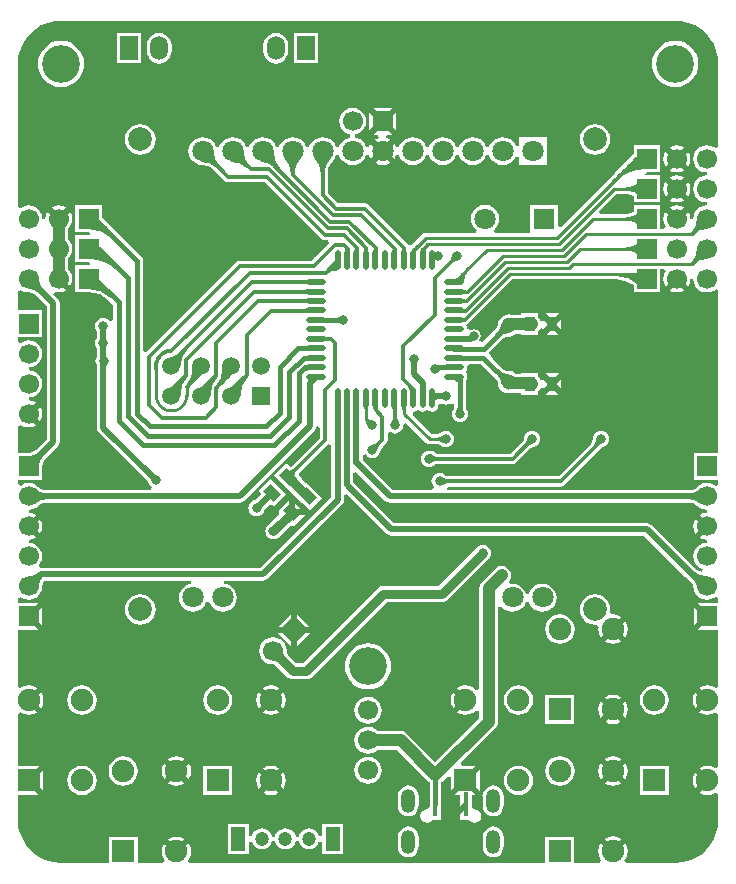
<source format=gtl>
G04*
G04 #@! TF.GenerationSoftware,Altium Limited,Altium Designer,22.2.1 (43)*
G04*
G04 Layer_Physical_Order=1*
G04 Layer_Color=204*
%FSLAX25Y25*%
%MOIN*%
G70*
G04*
G04 #@! TF.SameCoordinates,9C75C661-4079-485B-A4B9-5B77D2324FE1*
G04*
G04*
G04 #@! TF.FilePolarity,Positive*
G04*
G01*
G75*
%ADD11C,0.01000*%
%ADD16C,0.01575*%
%ADD18O,0.01968X0.06693*%
%ADD19O,0.06693X0.01968*%
%ADD20R,0.03500X0.05000*%
%ADD21R,0.01500X0.08465*%
G04:AMPARAMS|DCode=22|XSize=50mil|YSize=35mil|CornerRadius=0mil|HoleSize=0mil|Usage=FLASHONLY|Rotation=135.000|XOffset=0mil|YOffset=0mil|HoleType=Round|Shape=Rectangle|*
%AMROTATEDRECTD22*
4,1,4,0.03005,-0.00530,0.00530,-0.03005,-0.03005,0.00530,-0.00530,0.03005,0.03005,-0.00530,0.0*
%
%ADD22ROTATEDRECTD22*%

%ADD47C,0.01181*%
%ADD48C,0.01968*%
%ADD49C,0.03150*%
%ADD50C,0.01772*%
%ADD51C,0.03937*%
%ADD52C,0.07087*%
%ADD53C,0.05118*%
%ADD54C,0.12598*%
%ADD55O,0.04724X0.07874*%
%ADD56C,0.06693*%
%ADD57C,0.07480*%
%ADD58R,0.07480X0.07480*%
%ADD59R,0.06693X0.06693*%
%ADD60R,0.06693X0.06693*%
%ADD61R,0.07087X0.07087*%
%ADD62P,0.09465X4X270.0*%
%ADD63R,0.04724X0.07874*%
%ADD64C,0.04724*%
%ADD65C,0.05906*%
%ADD66R,0.05906X0.05906*%
%ADD67O,0.05906X0.07874*%
%ADD68R,0.05906X0.07874*%
%ADD69C,0.07874*%
%ADD70C,0.03150*%
G36*
X222720Y281935D02*
X224912Y281409D01*
X226995Y280546D01*
X228917Y279368D01*
X230631Y277904D01*
X232095Y276190D01*
X233273Y274268D01*
X234136Y272185D01*
X234662Y269993D01*
X234833Y267822D01*
X234818Y267746D01*
Y239980D01*
X233921Y239538D01*
X233320Y239999D01*
X232232Y240449D01*
X231065Y240603D01*
X229897Y240449D01*
X228809Y239999D01*
X227875Y239282D01*
X227158Y238348D01*
X226708Y237260D01*
X226565Y236176D01*
X225565D01*
X225422Y237260D01*
X224971Y238348D01*
X224859Y238494D01*
X222457Y236092D01*
X224859Y233690D01*
X224971Y233837D01*
X225422Y234925D01*
X225565Y236008D01*
X226565D01*
X226708Y234925D01*
X227158Y233837D01*
X227875Y232902D01*
X228809Y232186D01*
X229897Y231735D01*
X230981Y231592D01*
Y230592D01*
X229897Y230449D01*
X228809Y229999D01*
X227875Y229282D01*
X227158Y228348D01*
X226708Y227260D01*
X226565Y226176D01*
X225565D01*
X225422Y227260D01*
X224971Y228348D01*
X224859Y228494D01*
X222457Y226092D01*
X224859Y223690D01*
X224971Y223837D01*
X225422Y224925D01*
X225565Y226008D01*
X226565D01*
X226708Y224925D01*
X227158Y223837D01*
X227875Y222902D01*
X228809Y222185D01*
X229897Y221735D01*
X230981Y221592D01*
Y220592D01*
X229897Y220449D01*
X228809Y219999D01*
X227875Y219282D01*
X227158Y218348D01*
X226708Y217260D01*
X226565Y216176D01*
X225565D01*
X225422Y217260D01*
X224971Y218348D01*
X224859Y218494D01*
X221761Y215396D01*
X221065Y216092D01*
X220369Y215396D01*
X217271Y218494D01*
X217158Y218348D01*
X216707Y217260D01*
X216554Y216092D01*
X216707Y214925D01*
X217158Y213837D01*
X217304Y213647D01*
X216861Y212750D01*
X215537D01*
Y220565D01*
X206592D01*
Y218334D01*
X205549Y217902D01*
X204396Y217750D01*
X204287D01*
X204193Y217759D01*
Y217750D01*
X195489D01*
X195107Y218674D01*
X200767Y224334D01*
X203951D01*
Y224323D01*
X204062Y224334D01*
X204615D01*
X205701Y224191D01*
X206592Y223822D01*
Y221620D01*
X215537D01*
Y230565D01*
X210473D01*
X210458Y230932D01*
X211065Y231588D01*
X211065Y231588D01*
D01*
X211225Y231620D01*
X215537D01*
Y240565D01*
X206592D01*
Y237540D01*
X206180Y237264D01*
X205566Y236651D01*
X205519Y236612D01*
X205524Y236608D01*
D01*
X203943Y235027D01*
X203804Y234914D01*
X203817Y234901D01*
X202174Y233259D01*
X202104Y233199D01*
X202109Y233194D01*
X200534Y231619D01*
X200392Y231497D01*
X200392Y231497D01*
X200402Y231487D01*
X198756Y229840D01*
X198691Y229784D01*
X198695Y229780D01*
X182387Y213471D01*
X181463Y213854D01*
Y220783D01*
X172124D01*
Y211450D01*
X160256D01*
X159934Y212397D01*
X160439Y212784D01*
X161187Y213759D01*
X161657Y214895D01*
X161818Y216114D01*
X161657Y217333D01*
X161187Y218469D01*
X160439Y219444D01*
X159463Y220193D01*
X158327Y220663D01*
X157108Y220824D01*
X155889Y220663D01*
X154753Y220193D01*
X153778Y219444D01*
X153030Y218469D01*
X152559Y217333D01*
X152399Y216114D01*
X152559Y214895D01*
X153030Y213759D01*
X153778Y212784D01*
X154282Y212397D01*
X153961Y211450D01*
X137320D01*
X136685Y211324D01*
X136147Y210964D01*
X133449Y208266D01*
X133441Y208275D01*
X133441Y208275D01*
X133385Y208202D01*
X132554Y207371D01*
X131559Y207469D01*
X131385Y207731D01*
X118361Y220754D01*
X117793Y221133D01*
X117124Y221267D01*
X108087D01*
X104701Y224652D01*
Y231486D01*
X104710D01*
X104701Y231579D01*
Y231713D01*
X104855Y232885D01*
X105396Y234190D01*
X106170Y235199D01*
X106281Y235284D01*
X107029Y236259D01*
X107451Y237277D01*
X108451D01*
X108872Y236259D01*
X109621Y235284D01*
X110596Y234536D01*
X111732Y234065D01*
X112951Y233905D01*
X114170Y234065D01*
X115306Y234536D01*
X116281Y235284D01*
X117030Y236259D01*
X117451Y237277D01*
X118451D01*
X118872Y236259D01*
X119016Y236071D01*
X121559Y238614D01*
X119016Y241157D01*
X118872Y240969D01*
X118451Y239951D01*
X117451D01*
X117030Y240969D01*
X116281Y241944D01*
X115306Y242693D01*
X114170Y243163D01*
X113789Y243213D01*
Y244213D01*
X114118Y244257D01*
X115206Y244707D01*
X116141Y245424D01*
X116858Y246359D01*
X117308Y247446D01*
X117462Y248614D01*
X117308Y249782D01*
X116858Y250870D01*
X116141Y251804D01*
X115206Y252521D01*
X114118Y252971D01*
X112951Y253125D01*
X111783Y252971D01*
X110695Y252521D01*
X109761Y251804D01*
X109044Y250870D01*
X108593Y249782D01*
X108440Y248614D01*
X108593Y247446D01*
X109044Y246359D01*
X109761Y245424D01*
X110695Y244707D01*
X111783Y244257D01*
X112113Y244213D01*
Y243213D01*
X111732Y243163D01*
X110596Y242693D01*
X109621Y241944D01*
X108872Y240969D01*
X108451Y239951D01*
X107451D01*
X107029Y240969D01*
X106281Y241944D01*
X105306Y242693D01*
X104170Y243163D01*
X102951Y243324D01*
X101732Y243163D01*
X100596Y242693D01*
X99621Y241944D01*
X98872Y240969D01*
X98451Y239951D01*
X97451D01*
X97030Y240969D01*
X96281Y241944D01*
X95306Y242693D01*
X94170Y243163D01*
X92951Y243324D01*
X91732Y243163D01*
X90596Y242693D01*
X89621Y241944D01*
X88872Y240969D01*
X88451Y239951D01*
X87451D01*
X87029Y240969D01*
X86281Y241944D01*
X85306Y242693D01*
X84170Y243163D01*
X82951Y243324D01*
X81732Y243163D01*
X80596Y242693D01*
X79621Y241944D01*
X78872Y240969D01*
X78451Y239951D01*
X77451D01*
X77030Y240969D01*
X76281Y241944D01*
X75306Y242693D01*
X74170Y243163D01*
X72951Y243324D01*
X71732Y243163D01*
X70596Y242693D01*
X69621Y241944D01*
X68872Y240969D01*
X68451Y239951D01*
X67451D01*
X67030Y240969D01*
X66281Y241944D01*
X65306Y242693D01*
X64170Y243163D01*
X62951Y243324D01*
X61732Y243163D01*
X60596Y242693D01*
X59621Y241944D01*
X58872Y240969D01*
X58402Y239833D01*
X58241Y238614D01*
X58402Y237395D01*
X58872Y236259D01*
X59621Y235284D01*
X60596Y234536D01*
X61732Y234065D01*
X62951Y233905D01*
X63090Y233923D01*
X64351Y233757D01*
X65655Y233217D01*
X66593Y232496D01*
X66688Y232402D01*
X66747Y232329D01*
X66754Y232336D01*
X70335Y228755D01*
X70903Y228375D01*
X71573Y228242D01*
X83823D01*
X102535Y209530D01*
X103103Y209151D01*
X103772Y209018D01*
X104792D01*
X105175Y208094D01*
X100298Y203217D01*
X99962Y203213D01*
X99965Y202884D01*
X99256Y202175D01*
X75278D01*
X74609Y202042D01*
X74041Y201663D01*
X44123Y171745D01*
X43199Y172127D01*
Y202092D01*
X43050Y202839D01*
X42628Y203472D01*
X34586Y211513D01*
X34589Y211516D01*
X34547Y211552D01*
X31897Y214202D01*
X31897Y214202D01*
X31904Y214209D01*
X31829Y214270D01*
X29472Y216627D01*
Y220565D01*
X20528D01*
Y211620D01*
X24812D01*
X25000Y211582D01*
D01*
X25000Y211582D01*
X25511Y211018D01*
X25489Y210565D01*
X20528D01*
Y201620D01*
X24812D01*
X25000Y201582D01*
D01*
X25000Y201582D01*
X25536Y201002D01*
X25540Y201087D01*
X25519Y200565D01*
X20528D01*
Y191620D01*
X24812D01*
X25000Y191582D01*
Y191582D01*
X25033Y191612D01*
X26843Y191434D01*
X28615Y190896D01*
X30248Y190023D01*
X31419Y189062D01*
X31656Y188825D01*
X31656Y188825D01*
X31656Y188825D01*
X32998Y187483D01*
Y182263D01*
X32051Y181941D01*
X31799Y182270D01*
X31234Y182703D01*
X30577Y182975D01*
X29872Y183068D01*
X29167Y182975D01*
X28510Y182703D01*
X27946Y182270D01*
X27513Y181706D01*
X27241Y181049D01*
X27148Y180344D01*
X27241Y179639D01*
X27513Y178982D01*
X27721Y178712D01*
Y176247D01*
X27513Y175976D01*
X27241Y175319D01*
X27148Y174614D01*
X27241Y173909D01*
X27513Y173252D01*
X27721Y172982D01*
Y170144D01*
X27592Y169976D01*
X27320Y169319D01*
X27227Y168614D01*
X27320Y167909D01*
X27592Y167252D01*
X27721Y167084D01*
Y146520D01*
X27721Y146520D01*
X27721D01*
X27885Y145696D01*
X28351Y144998D01*
X44800Y128550D01*
Y128550D01*
X44800Y128550D01*
X44800Y128550D01*
X44800Y128550D01*
D01*
D01*
D01*
D01*
X44800Y128550D01*
X44839Y128510D01*
X44869Y128287D01*
X45141Y127630D01*
X45574Y127066D01*
X46063Y126691D01*
X45741Y125744D01*
X10536D01*
X9778Y125844D01*
X8916Y126200D01*
X8234Y126724D01*
X8190Y126782D01*
X8192Y126784D01*
X8187Y126787D01*
Y126787D01*
X8187Y126787D01*
X8157Y126807D01*
X7255Y127499D01*
X6168Y127949D01*
X5000Y128103D01*
X3833Y127949D01*
X2744Y127499D01*
X2300Y127158D01*
X1403Y127600D01*
Y129120D01*
X9472D01*
Y133384D01*
X9514Y133592D01*
X9514D01*
X9495Y133614D01*
X9614Y134517D01*
X9971Y135379D01*
X10436Y135986D01*
X10554Y136103D01*
X10554D01*
D01*
D01*
X10554Y136103D01*
Y136103D01*
X10554D01*
X10554Y136103D01*
X10554Y136103D01*
D01*
X14742Y140291D01*
X15208Y140989D01*
X15372Y141813D01*
X15372Y141813D01*
X15372Y141813D01*
Y141813D01*
Y187872D01*
X15208Y188695D01*
X14742Y189393D01*
X13200Y190935D01*
X13755Y191767D01*
X13833Y191735D01*
X15000Y191581D01*
X16168Y191735D01*
X17255Y192185D01*
X17402Y192298D01*
X14304Y195396D01*
X15696Y196788D01*
X18794Y193690D01*
X18907Y193837D01*
X19357Y194925D01*
X19511Y196092D01*
X19357Y197260D01*
X18907Y198348D01*
X18190Y199282D01*
X18121Y199335D01*
Y202850D01*
X18190Y202902D01*
X18907Y203837D01*
X19357Y204925D01*
X19511Y206092D01*
X19357Y207260D01*
X18907Y208348D01*
X18190Y209282D01*
X18121Y209334D01*
Y212850D01*
X18190Y212902D01*
X18907Y213837D01*
X19357Y214925D01*
X19511Y216092D01*
X19357Y217260D01*
X18907Y218348D01*
X18794Y218494D01*
X15696Y215396D01*
X15000Y216092D01*
X14304Y215396D01*
X11206Y218494D01*
X11093Y218348D01*
X10643Y217260D01*
X10500Y216176D01*
X9500D01*
X9357Y217260D01*
X8907Y218348D01*
X8190Y219282D01*
X7255Y219999D01*
X6168Y220449D01*
X5000Y220603D01*
X3833Y220449D01*
X2744Y219999D01*
X2300Y219658D01*
X1403Y220100D01*
Y267746D01*
X1403Y267746D01*
X1403D01*
X1388Y267822D01*
X1559Y269993D01*
X2085Y272185D01*
X2947Y274268D01*
X4125Y276190D01*
X5590Y277904D01*
X7304Y279368D01*
X9226Y280546D01*
X11309Y281409D01*
X13501Y281935D01*
X15672Y282106D01*
X15748Y282091D01*
X220472D01*
X220549Y282106D01*
X222720Y281935D01*
D02*
G37*
G36*
X217304Y198537D02*
X217158Y198348D01*
X216707Y197260D01*
X216554Y196092D01*
X216707Y194925D01*
X217158Y193837D01*
X217271Y193690D01*
X220369Y196788D01*
X221065Y196092D01*
X221761Y196788D01*
X224859Y193690D01*
X224971Y193837D01*
X225422Y194925D01*
X225565Y196008D01*
X226565D01*
X226708Y194925D01*
X227158Y193837D01*
X227875Y192902D01*
X228809Y192185D01*
X229897Y191735D01*
X231065Y191581D01*
X232232Y191735D01*
X233320Y192185D01*
X233921Y192646D01*
X234818Y192204D01*
Y138065D01*
X226592D01*
Y129120D01*
X234818D01*
Y127480D01*
X233921Y127038D01*
X233320Y127499D01*
X232232Y127949D01*
X231065Y128103D01*
X229897Y127949D01*
X228809Y127499D01*
X227908Y126807D01*
X227873Y126784D01*
X227875Y126782D01*
X227830Y126724D01*
X227149Y126200D01*
X226287Y125844D01*
X225528Y125744D01*
X144510D01*
X144351Y125982D01*
X144823Y126864D01*
X182414D01*
X183084Y126997D01*
X183652Y127376D01*
X183652Y127376D01*
X183652Y127376D01*
X194839Y138564D01*
X194850Y138553D01*
X194922Y138647D01*
X196228Y139953D01*
X196456Y139983D01*
X197113Y140255D01*
X197677Y140688D01*
X198110Y141252D01*
X198382Y141909D01*
X198475Y142614D01*
X198382Y143319D01*
X198110Y143976D01*
X197677Y144540D01*
X197113Y144973D01*
X196456Y145245D01*
X195751Y145338D01*
X195046Y145245D01*
X194389Y144973D01*
X193825Y144540D01*
X193392Y143976D01*
X193120Y143319D01*
X193047Y142768D01*
X193016Y142614D01*
X193027D01*
X193033Y142564D01*
X192872Y141752D01*
X192460Y141135D01*
X192364Y141039D01*
X192364D01*
X192364Y141039D01*
D01*
D01*
Y141039D01*
X192364Y141039D01*
D01*
D01*
D01*
X192364Y141039D01*
D01*
X181689Y130364D01*
X144336D01*
X144327Y130369D01*
X144327Y130369D01*
X144107Y130460D01*
X143887Y130551D01*
X143884Y130548D01*
X143754Y130635D01*
X143313Y130973D01*
X142656Y131245D01*
X141951Y131338D01*
X141246Y131245D01*
X140589Y130973D01*
X140025Y130540D01*
X139592Y129976D01*
X139320Y129319D01*
X139227Y128614D01*
X139320Y127909D01*
X139592Y127252D01*
X140025Y126688D01*
X139300Y125744D01*
X126316D01*
X116382Y135677D01*
Y137226D01*
X117329Y137548D01*
X117622Y137166D01*
X118186Y136733D01*
X118843Y136461D01*
X119548Y136368D01*
X120253Y136461D01*
X120910Y136733D01*
X121474Y137166D01*
X121907Y137730D01*
X122179Y138387D01*
X122252Y138938D01*
X122282Y139092D01*
X122287D01*
D01*
D01*
D01*
D01*
D01*
D01*
X122287Y139092D01*
X122287D01*
X122287D01*
X122287Y139092D01*
X124145Y141214D01*
X124145Y141214D01*
X124524Y141781D01*
X124657Y142451D01*
Y144639D01*
X125554Y145081D01*
X125823Y144875D01*
X126480Y144603D01*
X127185Y144510D01*
X127890Y144603D01*
X128547Y144875D01*
X129111Y145308D01*
X129544Y145872D01*
X129816Y146529D01*
X129909Y147234D01*
X129880Y147453D01*
X130772Y147905D01*
X137522Y141442D01*
D01*
X137522Y141442D01*
Y141442D01*
X138060Y141082D01*
X138695Y140956D01*
X141356D01*
X141356Y140956D01*
D01*
D01*
Y140956D01*
X141356Y140956D01*
Y140952D01*
X141356Y140952D01*
X141356Y140952D01*
Y140952D01*
X141356D01*
X142018Y140682D01*
D01*
D01*
D01*
X142018Y140682D01*
D01*
X142018Y140682D01*
X142019Y140682D01*
X142019Y140682D01*
X142126Y140610D01*
X142589Y140255D01*
X143246Y139983D01*
X143951Y139890D01*
X144656Y139983D01*
X145313Y140255D01*
X145877Y140688D01*
X146310Y141252D01*
X146582Y141909D01*
X146675Y142614D01*
X146582Y143319D01*
X146310Y143976D01*
X145877Y144540D01*
X145313Y144973D01*
X144656Y145245D01*
X143951Y145338D01*
X143246Y145245D01*
X142589Y144973D01*
X142126Y144618D01*
X142019Y144546D01*
X142018Y144546D01*
D01*
X142018D01*
D01*
X141364Y144275D01*
X141356Y144276D01*
D01*
X141356Y144276D01*
X141356Y144272D01*
Y144272D01*
X141356Y144272D01*
X139381D01*
X132930Y150723D01*
X133047Y151314D01*
X133173Y151727D01*
X133951Y151882D01*
X134649Y152349D01*
X134756D01*
X135454Y151882D01*
X136278Y151718D01*
X137101Y151882D01*
X137799Y152349D01*
X137906D01*
X138604Y151882D01*
X139427Y151718D01*
X140251Y151882D01*
X140949Y152349D01*
X141415Y153047D01*
X141579Y153870D01*
X141951Y154241D01*
X143313Y154235D01*
X143917Y154155D01*
X144485Y154230D01*
X146770Y154221D01*
Y153001D01*
X146746Y152946D01*
X146746D01*
X146747Y152944D01*
X146684Y152849D01*
X146381Y152454D01*
X146109Y151797D01*
X146016Y151092D01*
X146109Y150387D01*
X146381Y149730D01*
X146814Y149166D01*
X147378Y148733D01*
X148035Y148461D01*
X148740Y148368D01*
X149445Y148461D01*
X150102Y148733D01*
X150666Y149166D01*
X151099Y149730D01*
X151371Y150387D01*
X151464Y151092D01*
X151371Y151797D01*
X151099Y152454D01*
X150796Y152849D01*
X150685Y153016D01*
X150685Y153037D01*
X150685Y153037D01*
X150683Y153041D01*
D01*
D01*
D01*
X150683D01*
D01*
X150671Y153053D01*
Y161896D01*
X150644Y162036D01*
X150679Y162121D01*
X151061Y162692D01*
X151225Y163516D01*
X151061Y164339D01*
X150594Y165037D01*
Y165144D01*
X151061Y165842D01*
X151225Y166665D01*
X151159Y166992D01*
X151794Y167766D01*
X155732D01*
X159900Y163597D01*
X159900Y163597D01*
X159900Y163597D01*
X159900Y163597D01*
X160901Y162596D01*
X161162Y162206D01*
X161263Y161700D01*
X161259Y161674D01*
X161253D01*
X161270Y161589D01*
X161386Y160712D01*
X161757Y159816D01*
X162348Y159046D01*
X163118Y158455D01*
X164014Y158084D01*
X164976Y157957D01*
X165938Y158084D01*
X166120Y158159D01*
X169160D01*
Y157396D01*
X174912D01*
Y158725D01*
X175030Y158816D01*
X175526Y159462D01*
X175659Y159783D01*
X176640Y159588D01*
Y159538D01*
X178124Y161022D01*
X176640Y162506D01*
Y162458D01*
X175659Y162263D01*
X175526Y162583D01*
X175030Y163230D01*
X174912Y163348D01*
Y164648D01*
X169160D01*
Y164401D01*
X167475D01*
X166834Y164893D01*
X165938Y165264D01*
X165061Y165380D01*
X164976Y165396D01*
Y165391D01*
X164938Y165386D01*
X164124Y165493D01*
X163330Y165822D01*
X162743Y166272D01*
X159722Y169294D01*
X158256Y171487D01*
X162743Y175973D01*
X163330Y176424D01*
X164124Y176752D01*
X164938Y176860D01*
X164976Y176855D01*
Y176849D01*
X165061Y176866D01*
X165938Y176981D01*
X166834Y177353D01*
X167475Y177844D01*
X169160D01*
Y177296D01*
X174912D01*
Y178625D01*
X175030Y178716D01*
X175526Y179362D01*
X175659Y179683D01*
X176640Y179488D01*
Y179438D01*
X178124Y180922D01*
X176640Y182406D01*
Y182358D01*
X175659Y182163D01*
X175526Y182483D01*
X175030Y183130D01*
X174988Y183172D01*
X174912Y183231D01*
Y184548D01*
X169160D01*
Y184086D01*
X166120D01*
X165938Y184162D01*
X164976Y184288D01*
X164014Y184162D01*
X163118Y183790D01*
X162348Y183200D01*
X161757Y182430D01*
X161386Y181534D01*
X161270Y180656D01*
X161253Y180572D01*
X161259D01*
X161263Y180546D01*
X161162Y180040D01*
X160901Y179649D01*
X159900Y178648D01*
X159900D01*
X159900Y178648D01*
D01*
D01*
Y178648D01*
X159900Y178648D01*
D01*
D01*
D01*
X159900Y178648D01*
D01*
X156339Y175087D01*
X155350Y175234D01*
X155101Y175699D01*
X155531Y176342D01*
X155695Y177165D01*
X155531Y177989D01*
X155065Y178687D01*
X154367Y179153D01*
X153543Y179317D01*
X152720Y179153D01*
X152504Y179009D01*
X151225Y179264D01*
X151061Y180087D01*
X150761Y180536D01*
X150874Y180810D01*
X151412Y181169D01*
X166223Y195980D01*
X200642D01*
X202105Y195865D01*
X203708Y195480D01*
X205231Y194849D01*
X206592Y194015D01*
Y191620D01*
X215537D01*
Y199434D01*
X216861D01*
X217304Y198537D01*
D02*
G37*
G36*
X2744Y192185D02*
X3833Y191735D01*
X4959Y191586D01*
X5000Y191578D01*
Y191581D01*
X5073Y191591D01*
X5925Y191479D01*
X6787Y191121D01*
X7394Y190656D01*
X11069Y186980D01*
Y142704D01*
X7393Y139028D01*
X6787Y138563D01*
X5925Y138206D01*
X5022Y138087D01*
X5000Y138106D01*
Y138106D01*
X4792Y138065D01*
X1403D01*
Y147084D01*
X2300Y147527D01*
X2744Y147186D01*
X3833Y146735D01*
X5000Y146581D01*
X6168Y146735D01*
X7255Y147186D01*
X7402Y147298D01*
X4304Y150396D01*
X5000Y151092D01*
X4304Y151788D01*
X7402Y154886D01*
X7255Y154999D01*
X6168Y155449D01*
X5084Y155592D01*
Y156592D01*
X6168Y156735D01*
X7255Y157185D01*
X8190Y157902D01*
X8907Y158837D01*
X9357Y159925D01*
X9511Y161092D01*
X9357Y162260D01*
X8907Y163348D01*
X8190Y164282D01*
X7255Y164999D01*
X6168Y165449D01*
X5084Y165592D01*
Y166592D01*
X6168Y166735D01*
X7255Y167185D01*
X8190Y167902D01*
X8907Y168837D01*
X9357Y169925D01*
X9511Y171092D01*
X9357Y172260D01*
X8907Y173348D01*
X8190Y174282D01*
X7255Y174999D01*
X6168Y175449D01*
X5000Y175603D01*
X3833Y175449D01*
X2744Y174999D01*
X2300Y174658D01*
X1403Y175100D01*
Y176620D01*
X9472D01*
Y185565D01*
X1403D01*
Y192084D01*
X2300Y192527D01*
X2744Y192185D01*
D02*
G37*
G36*
X101970Y146385D02*
Y143117D01*
X92261Y133408D01*
X90935Y134734D01*
X86868Y130667D01*
X89192Y128343D01*
X89400Y128071D01*
X96000Y121471D01*
X96271Y121263D01*
X98595Y118939D01*
X102663Y123006D01*
X97535Y128134D01*
X97288Y127888D01*
X95816Y129360D01*
X96063Y129606D01*
X95236Y130433D01*
Y131433D01*
X104875Y141072D01*
X105418Y140847D01*
X105799Y140593D01*
Y123414D01*
X82129Y99744D01*
X9000D01*
X8840Y99712D01*
X8311Y100561D01*
X8907Y101337D01*
X9357Y102425D01*
X9511Y103592D01*
X9357Y104760D01*
X8907Y105848D01*
X8190Y106782D01*
X7255Y107499D01*
X6168Y107949D01*
X5084Y108092D01*
Y109092D01*
X6168Y109235D01*
X7255Y109686D01*
X7402Y109798D01*
X4304Y112896D01*
X5000Y113592D01*
X4304Y114288D01*
X7402Y117386D01*
X7255Y117499D01*
X6168Y117949D01*
X5084Y118092D01*
Y119092D01*
X6168Y119235D01*
X7255Y119685D01*
X8157Y120377D01*
X8192Y120400D01*
X8190Y120402D01*
X8234Y120460D01*
X8916Y120984D01*
X9778Y121341D01*
X10536Y121441D01*
X75321D01*
X76144Y121604D01*
X76842Y122071D01*
X100342Y145571D01*
X100808Y146269D01*
X100972Y147092D01*
X100972D01*
X101263D01*
X101970Y146385D01*
D02*
G37*
G36*
X123903Y122071D02*
X124601Y121604D01*
X125424Y121441D01*
X225528D01*
X226287Y121341D01*
X227149Y120984D01*
X227830Y120460D01*
X227875Y120402D01*
X227873Y120400D01*
X227908Y120377D01*
X228809Y119685D01*
X229897Y119235D01*
X230981Y119092D01*
Y118092D01*
X229897Y117949D01*
X228809Y117499D01*
X228663Y117386D01*
X231761Y114288D01*
X231065Y113592D01*
X231761Y112896D01*
X228663Y109798D01*
X228809Y109686D01*
X229897Y109235D01*
X230981Y109092D01*
Y108092D01*
X229897Y107949D01*
X228809Y107499D01*
X227875Y106782D01*
X227158Y105848D01*
X226708Y104760D01*
X226554Y103592D01*
X226708Y102425D01*
X227158Y101337D01*
X227875Y100402D01*
X228809Y99686D01*
X229850Y99254D01*
X229513Y98313D01*
X228737Y98548D01*
X227685Y99111D01*
X226926Y99734D01*
X226778Y99882D01*
Y99882D01*
X226778Y99882D01*
X212594Y114066D01*
X211896Y114532D01*
X211072Y114696D01*
X126764D01*
X113232Y128227D01*
Y131435D01*
X114156Y131817D01*
X123903Y122071D01*
D02*
G37*
G36*
X124351Y111023D02*
X125049Y110556D01*
X125872Y110392D01*
X210181D01*
X223735Y96839D01*
X223729Y96833D01*
X223797Y96777D01*
X226288Y94286D01*
X226483Y93994D01*
X226557Y93619D01*
X226554Y93592D01*
X226551D01*
X226559Y93551D01*
X226708Y92425D01*
X227158Y91337D01*
X227875Y90402D01*
X228809Y89685D01*
X229897Y89235D01*
X231065Y89081D01*
X232232Y89235D01*
X233320Y89685D01*
X233921Y90146D01*
X234818Y89704D01*
Y88064D01*
X227984D01*
X231761Y84288D01*
X231065Y83592D01*
X231761Y82896D01*
X227984Y79120D01*
X234818D01*
Y62992D01*
Y60202D01*
X233921Y59760D01*
X233675Y59949D01*
X232491Y60439D01*
X231221Y60607D01*
X229950Y60439D01*
X228766Y59949D01*
X228538Y59773D01*
X231916Y56394D01*
X231221Y55699D01*
X231916Y55002D01*
X228538Y51623D01*
X228766Y51448D01*
X229950Y50958D01*
X231221Y50790D01*
X232491Y50958D01*
X233675Y51448D01*
X233921Y51637D01*
X234818Y51194D01*
Y33431D01*
X233921Y32989D01*
X233675Y33177D01*
X232491Y33668D01*
X231221Y33835D01*
X229950Y33668D01*
X228766Y33177D01*
X228538Y33002D01*
X231916Y29623D01*
X231221Y28927D01*
X231916Y28231D01*
X228538Y24852D01*
X228766Y24676D01*
X229950Y24186D01*
X231221Y24019D01*
X232491Y24186D01*
X233675Y24676D01*
X233921Y24865D01*
X234818Y24423D01*
Y15748D01*
X234833Y15672D01*
X234662Y13501D01*
X234136Y11309D01*
X233273Y9226D01*
X232095Y7304D01*
X230631Y5590D01*
X228917Y4125D01*
X226995Y2947D01*
X224912Y2085D01*
X222720Y1559D01*
X220549Y1388D01*
X220472Y1403D01*
X203995D01*
X203552Y2300D01*
X203975Y2851D01*
X204465Y4034D01*
X204633Y5305D01*
X204465Y6575D01*
X203975Y7759D01*
X203799Y7988D01*
X200420Y4609D01*
X199724Y5305D01*
X199029Y4609D01*
X195650Y7988D01*
X195474Y7759D01*
X194984Y6575D01*
X194816Y5305D01*
X194984Y4034D01*
X195474Y2851D01*
X195897Y2300D01*
X195454Y1403D01*
X186874D01*
Y10171D01*
X177142D01*
Y1403D01*
X58528D01*
X58086Y2300D01*
X58463Y2792D01*
X58953Y3975D01*
X59121Y5246D01*
X58953Y6516D01*
X58463Y7700D01*
X58287Y7929D01*
X54909Y4550D01*
X54212Y5246D01*
X53517Y4550D01*
X50138Y7929D01*
X49962Y7700D01*
X49472Y6516D01*
X49304Y5246D01*
X49472Y3975D01*
X49962Y2792D01*
X50339Y2300D01*
X49897Y1403D01*
X41362D01*
Y10112D01*
X31630D01*
Y1403D01*
X15748D01*
X15672Y1388D01*
X13501Y1559D01*
X11309Y2085D01*
X9226Y2947D01*
X7304Y4125D01*
X5590Y5590D01*
X4125Y7304D01*
X2947Y9226D01*
X2085Y11309D01*
X1559Y13501D01*
X1388Y15672D01*
X1403Y15748D01*
Y24002D01*
X8474D01*
X4304Y28172D01*
X5000Y28868D01*
X4304Y29564D01*
X8474Y33734D01*
X1403D01*
Y51135D01*
X2300Y51578D01*
X2546Y51389D01*
X3730Y50898D01*
X5000Y50731D01*
X6270Y50898D01*
X7454Y51389D01*
X7683Y51565D01*
X4304Y54943D01*
X5000Y55639D01*
X4304Y56335D01*
X7683Y59714D01*
X7454Y59890D01*
X6270Y60380D01*
X5000Y60548D01*
X3730Y60380D01*
X2546Y59890D01*
X2300Y59701D01*
X1403Y60143D01*
Y62992D01*
X1403Y62992D01*
Y79120D01*
X8081D01*
X4304Y82896D01*
X5000Y83592D01*
X4304Y84288D01*
X8081Y88064D01*
X1403D01*
Y89584D01*
X2300Y90027D01*
X2744Y89685D01*
X3833Y89235D01*
X5000Y89081D01*
X6168Y89235D01*
X7255Y89685D01*
X8190Y90402D01*
X8907Y91337D01*
X9357Y92425D01*
X9511Y93592D01*
Y93592D01*
X9514Y93606D01*
X9511Y93618D01*
X9508Y93618D01*
X9499Y93685D01*
X9611Y94534D01*
X9956Y95369D01*
X10012Y95441D01*
X59146D01*
X59212Y94443D01*
X58464Y94344D01*
X57328Y93874D01*
X56353Y93125D01*
X55604Y92150D01*
X55134Y91014D01*
X54974Y89795D01*
X55134Y88576D01*
X55604Y87440D01*
X56353Y86465D01*
X57328Y85717D01*
X58464Y85246D01*
X59683Y85086D01*
X60902Y85246D01*
X62038Y85717D01*
X63013Y86465D01*
X63762Y87440D01*
X64183Y88458D01*
X65183D01*
X65605Y87440D01*
X66353Y86465D01*
X67328Y85717D01*
X68464Y85246D01*
X69683Y85086D01*
X70902Y85246D01*
X72038Y85717D01*
X73013Y86465D01*
X73762Y87440D01*
X74232Y88576D01*
X74393Y89795D01*
X74232Y91014D01*
X73762Y92150D01*
X73013Y93125D01*
X72038Y93874D01*
X70902Y94344D01*
X70155Y94443D01*
X70220Y95441D01*
X83021D01*
X83844Y95604D01*
X84542Y96071D01*
X84542Y96071D01*
X84542Y96071D01*
X109472Y121001D01*
X109939Y121699D01*
X110102Y122522D01*
X110102Y122522D01*
X110102Y122522D01*
Y122522D01*
Y123965D01*
X111026Y124347D01*
X124351Y111023D01*
D02*
G37*
%LPC*%
G36*
X101419Y278027D02*
X93262D01*
Y267901D01*
X101419D01*
Y278027D01*
D02*
G37*
G36*
X42561D02*
X34404D01*
Y267901D01*
X42561D01*
Y278027D01*
D02*
G37*
G36*
X87341Y278063D02*
X86276Y277923D01*
X85284Y277512D01*
X84432Y276858D01*
X83778Y276006D01*
X83367Y275013D01*
X83227Y273949D01*
Y271980D01*
X83367Y270915D01*
X83778Y269923D01*
X84432Y269071D01*
X85284Y268417D01*
X86276Y268006D01*
X87341Y267866D01*
X88405Y268006D01*
X89398Y268417D01*
X90250Y269071D01*
X90903Y269923D01*
X91314Y270915D01*
X91454Y271980D01*
Y273949D01*
X91314Y275013D01*
X90903Y276006D01*
X90250Y276858D01*
X89398Y277512D01*
X88405Y277923D01*
X87341Y278063D01*
D02*
G37*
G36*
X48482D02*
X47418Y277923D01*
X46425Y277512D01*
X45573Y276858D01*
X44920Y276006D01*
X44509Y275013D01*
X44368Y273949D01*
Y271980D01*
X44509Y270915D01*
X44920Y269923D01*
X45573Y269071D01*
X46425Y268417D01*
X47418Y268006D01*
X48482Y267866D01*
X49547Y268006D01*
X50539Y268417D01*
X51391Y269071D01*
X52045Y269923D01*
X52456Y270915D01*
X52596Y271980D01*
Y273949D01*
X52456Y275013D01*
X52045Y276006D01*
X51391Y276858D01*
X50539Y277512D01*
X49547Y277923D01*
X48482Y278063D01*
D02*
G37*
G36*
X220472Y275458D02*
X218968Y275310D01*
X217521Y274871D01*
X216188Y274158D01*
X215019Y273199D01*
X214060Y272030D01*
X213347Y270697D01*
X212908Y269250D01*
X212760Y267746D01*
X212908Y266241D01*
X213347Y264794D01*
X214060Y263461D01*
X215019Y262292D01*
X216188Y261333D01*
X217521Y260620D01*
X218968Y260181D01*
X220472Y260033D01*
X221977Y260181D01*
X223424Y260620D01*
X224757Y261333D01*
X225926Y262292D01*
X226885Y263461D01*
X227598Y264794D01*
X228037Y266241D01*
X228185Y267746D01*
X228037Y269250D01*
X227598Y270697D01*
X226885Y272030D01*
X225926Y273199D01*
X224757Y274158D01*
X223424Y274871D01*
X221977Y275310D01*
X220472Y275458D01*
D02*
G37*
G36*
X15748D02*
X14243Y275310D01*
X12797Y274871D01*
X11463Y274158D01*
X10295Y273199D01*
X9336Y272030D01*
X8623Y270697D01*
X8184Y269250D01*
X8036Y267746D01*
X8184Y266241D01*
X8623Y264794D01*
X9336Y263461D01*
X10295Y262292D01*
X11463Y261333D01*
X12797Y260620D01*
X14243Y260181D01*
X15748Y260033D01*
X17253Y260181D01*
X18699Y260620D01*
X20033Y261333D01*
X21202Y262292D01*
X22161Y263461D01*
X22873Y264794D01*
X23312Y266241D01*
X23460Y267746D01*
X23312Y269250D01*
X22873Y270697D01*
X22161Y272030D01*
X21202Y273199D01*
X20033Y274158D01*
X18699Y274871D01*
X17253Y275310D01*
X15748Y275458D01*
D02*
G37*
G36*
X126031Y253086D02*
X119870D01*
X122951Y250006D01*
X126031Y253086D01*
D02*
G37*
G36*
X127423Y251695D02*
X124343Y248614D01*
X127423Y245534D01*
Y251695D01*
D02*
G37*
G36*
X118478D02*
Y245534D01*
X121559Y248614D01*
X118478Y251695D01*
D02*
G37*
G36*
X122951Y247222D02*
X119870Y244142D01*
X121531D01*
X121726Y243161D01*
X120596Y242693D01*
X120408Y242549D01*
X122951Y240006D01*
X125493Y242549D01*
X125306Y242693D01*
X124175Y243161D01*
X124371Y244142D01*
X126031D01*
X122951Y247222D01*
D02*
G37*
G36*
X162951Y243324D02*
X161732Y243163D01*
X160596Y242693D01*
X159621Y241944D01*
X158872Y240969D01*
X158451Y239951D01*
X157451D01*
X157029Y240969D01*
X156281Y241944D01*
X155306Y242693D01*
X154170Y243163D01*
X152951Y243324D01*
X151732Y243163D01*
X150596Y242693D01*
X149621Y241944D01*
X148872Y240969D01*
X148451Y239951D01*
X147451D01*
X147029Y240969D01*
X146281Y241944D01*
X145306Y242693D01*
X144170Y243163D01*
X142951Y243324D01*
X141732Y243163D01*
X140596Y242693D01*
X139621Y241944D01*
X138872Y240969D01*
X138451Y239951D01*
X137451D01*
X137030Y240969D01*
X136281Y241944D01*
X135306Y242693D01*
X134170Y243163D01*
X132951Y243324D01*
X131732Y243163D01*
X130596Y242693D01*
X129621Y241944D01*
X128872Y240969D01*
X128451Y239951D01*
X127451D01*
X127030Y240969D01*
X126885Y241157D01*
X124343Y238614D01*
X126885Y236071D01*
X127030Y236259D01*
X127451Y237277D01*
X128451D01*
X128872Y236259D01*
X129621Y235284D01*
X130596Y234536D01*
X131732Y234065D01*
X132951Y233905D01*
X134170Y234065D01*
X135306Y234536D01*
X136281Y235284D01*
X137030Y236259D01*
X137451Y237277D01*
X138451D01*
X138872Y236259D01*
X139621Y235284D01*
X140596Y234536D01*
X141732Y234065D01*
X142951Y233905D01*
X144170Y234065D01*
X145306Y234536D01*
X146281Y235284D01*
X147029Y236259D01*
X147451Y237277D01*
X148451D01*
X148872Y236259D01*
X149621Y235284D01*
X150596Y234536D01*
X151732Y234065D01*
X152951Y233905D01*
X154170Y234065D01*
X155306Y234536D01*
X156281Y235284D01*
X157029Y236259D01*
X157451Y237277D01*
X158451D01*
X158872Y236259D01*
X159621Y235284D01*
X160596Y234536D01*
X161732Y234065D01*
X162951Y233905D01*
X164170Y234065D01*
X165306Y234536D01*
X166281Y235284D01*
X167030Y236259D01*
X167301Y236914D01*
X168282Y236719D01*
Y233945D01*
X177620D01*
Y243283D01*
X168282D01*
Y240509D01*
X167301Y240314D01*
X167030Y240969D01*
X166281Y241944D01*
X165306Y242693D01*
X164170Y243163D01*
X162951Y243324D01*
D02*
G37*
G36*
X221065Y240603D02*
X219897Y240449D01*
X218809Y239999D01*
X218663Y239886D01*
X221065Y237484D01*
X223467Y239886D01*
X223320Y239999D01*
X222232Y240449D01*
X221065Y240603D01*
D02*
G37*
G36*
X193738Y247658D02*
X192417Y247484D01*
X191185Y246974D01*
X190127Y246162D01*
X189316Y245104D01*
X188806Y243873D01*
X188632Y242551D01*
X188806Y241229D01*
X189316Y239998D01*
X190127Y238940D01*
X191185Y238129D01*
X192417Y237618D01*
X193738Y237444D01*
X195060Y237618D01*
X196292Y238129D01*
X197349Y238940D01*
X198161Y239998D01*
X198671Y241229D01*
X198845Y242551D01*
X198671Y243873D01*
X198161Y245104D01*
X197349Y246162D01*
X196292Y246974D01*
X195060Y247484D01*
X193738Y247658D01*
D02*
G37*
G36*
X42164D02*
X40842Y247484D01*
X39610Y246974D01*
X38552Y246162D01*
X37741Y245104D01*
X37231Y243873D01*
X37057Y242551D01*
X37231Y241229D01*
X37741Y239998D01*
X38552Y238940D01*
X39610Y238129D01*
X40842Y237618D01*
X42164Y237444D01*
X43485Y237618D01*
X44717Y238129D01*
X45774Y238940D01*
X46586Y239998D01*
X47096Y241229D01*
X47270Y242551D01*
X47096Y243873D01*
X46586Y245104D01*
X45774Y246162D01*
X44717Y246974D01*
X43485Y247484D01*
X42164Y247658D01*
D02*
G37*
G36*
X122951Y237222D02*
X120408Y234680D01*
X120596Y234536D01*
X121732Y234065D01*
X122951Y233905D01*
X124170Y234065D01*
X125306Y234536D01*
X125493Y234680D01*
X122951Y237222D01*
D02*
G37*
G36*
X217271Y238494D02*
X217158Y238348D01*
X216707Y237260D01*
X216554Y236092D01*
X216707Y234925D01*
X217158Y233837D01*
X217271Y233690D01*
X219673Y236092D01*
X217271Y238494D01*
D02*
G37*
G36*
X221065Y234700D02*
X218663Y232298D01*
X218809Y232186D01*
X219897Y231735D01*
X220981Y231592D01*
Y230592D01*
X219897Y230449D01*
X218809Y229999D01*
X218663Y229886D01*
X221065Y227484D01*
X223467Y229886D01*
X223320Y229999D01*
X222232Y230449D01*
X221148Y230592D01*
Y231592D01*
X222232Y231735D01*
X223320Y232186D01*
X223467Y232298D01*
X221065Y234700D01*
D02*
G37*
G36*
X217271Y228494D02*
X217158Y228348D01*
X216707Y227260D01*
X216554Y226092D01*
X216707Y224925D01*
X217158Y223837D01*
X217271Y223690D01*
X219673Y226092D01*
X217271Y228494D01*
D02*
G37*
G36*
X221065Y224700D02*
X218663Y222298D01*
X218809Y222185D01*
X219897Y221735D01*
X220981Y221592D01*
Y220592D01*
X219897Y220449D01*
X218809Y219999D01*
X218663Y219886D01*
X221065Y217484D01*
X223467Y219886D01*
X223320Y219999D01*
X222232Y220449D01*
X221148Y220592D01*
Y221592D01*
X222232Y221735D01*
X223320Y222185D01*
X223467Y222298D01*
X221065Y224700D01*
D02*
G37*
G36*
X15000Y220603D02*
X13833Y220449D01*
X12744Y219999D01*
X12598Y219886D01*
X15000Y217484D01*
X17402Y219886D01*
X17255Y219999D01*
X16168Y220449D01*
X15000Y220603D01*
D02*
G37*
G36*
X221065Y194700D02*
X218663Y192298D01*
X218809Y192185D01*
X219897Y191735D01*
X221065Y191581D01*
X222232Y191735D01*
X223320Y192185D01*
X223467Y192298D01*
X221065Y194700D01*
D02*
G37*
G36*
X181750Y184548D02*
X177282D01*
X179516Y182314D01*
X181750Y184548D01*
D02*
G37*
G36*
X182392Y182406D02*
X180908Y180922D01*
X182392Y179438D01*
Y182406D01*
D02*
G37*
G36*
X179516Y179531D02*
X177282Y177296D01*
X181750D01*
X179516Y179531D01*
D02*
G37*
G36*
X181750Y164648D02*
X177282D01*
X179516Y162414D01*
X181750Y164648D01*
D02*
G37*
G36*
X182392Y162506D02*
X180908Y161022D01*
X182392Y159538D01*
Y162506D01*
D02*
G37*
G36*
X179516Y159631D02*
X177282Y157396D01*
X181750D01*
X179516Y159631D01*
D02*
G37*
G36*
X172751Y145338D02*
X172046Y145245D01*
X171389Y144973D01*
X170825Y144540D01*
X170392Y143976D01*
X170120Y143319D01*
X170047Y142768D01*
X170018Y142620D01*
X170012Y142614D01*
X170012Y142614D01*
X169921Y142394D01*
X169830Y142174D01*
X169832Y142173D01*
D01*
X169832Y142173D01*
Y142170D01*
X165526Y137864D01*
X140683D01*
Y137866D01*
Y137869D01*
X140676Y137870D01*
X140430Y138237D01*
X139863Y138617D01*
X139193Y138750D01*
X139063Y138724D01*
X139012Y138745D01*
X138307Y138838D01*
X137602Y138745D01*
X136945Y138473D01*
X136381Y138040D01*
X135948Y137476D01*
X135676Y136819D01*
X135583Y136114D01*
X135676Y135409D01*
X135948Y134752D01*
X136381Y134188D01*
X136945Y133755D01*
X137602Y133483D01*
X138307Y133390D01*
X139012Y133483D01*
X139669Y133755D01*
X140110Y134094D01*
X140239Y134180D01*
X140244Y134177D01*
Y134177D01*
Y134177D01*
X140244D01*
D01*
Y134177D01*
X140244D01*
X140244Y134177D01*
X140607Y134328D01*
X140683Y134360D01*
Y134362D01*
D01*
Y134362D01*
X140685Y134364D01*
X166251D01*
X166921Y134497D01*
X167488Y134877D01*
D01*
X167488Y134877D01*
X167488Y134877D01*
X167488Y134877D01*
X167488Y134877D01*
X172309Y139695D01*
X172311Y139693D01*
X172750Y139875D01*
X172751Y139875D01*
Y139880D01*
X172904Y139910D01*
X173456Y139983D01*
X174113Y140255D01*
X174677Y140688D01*
X175110Y141252D01*
X175382Y141909D01*
X175475Y142614D01*
X175382Y143319D01*
X175110Y143976D01*
X174677Y144540D01*
X174113Y144973D01*
X173456Y145245D01*
X172751Y145338D01*
D02*
G37*
G36*
X8794Y153494D02*
X6392Y151092D01*
X8794Y148690D01*
X8907Y148837D01*
X9357Y149925D01*
X9511Y151092D01*
X9357Y152260D01*
X8907Y153348D01*
X8794Y153494D01*
D02*
G37*
G36*
X85645Y129445D02*
X81578Y125377D01*
X82621Y124335D01*
X80553Y122268D01*
X80215Y122223D01*
X79558Y121951D01*
X78994Y121518D01*
X78561Y120954D01*
X78289Y120297D01*
X78196Y119592D01*
X78289Y118887D01*
X78561Y118230D01*
X78994Y117666D01*
X79558Y117233D01*
X80215Y116961D01*
X80920Y116868D01*
X81625Y116961D01*
X82283Y117233D01*
X82847Y117666D01*
X83280Y118230D01*
X83552Y118887D01*
X83596Y119225D01*
X85163Y120792D01*
X86163D01*
X86706Y120249D01*
X90773Y124317D01*
X85645Y129445D01*
D02*
G37*
G36*
X93760Y121330D02*
Y119231D01*
X95859D01*
X95052Y120038D01*
X94841Y120313D01*
X94566Y120524D01*
X93760Y121330D01*
D02*
G37*
G36*
X91791Y122391D02*
X88178Y118777D01*
X88316Y118640D01*
Y117640D01*
X84646Y113970D01*
X84213Y113406D01*
X83941Y112749D01*
X83848Y112044D01*
X83941Y111339D01*
X84213Y110682D01*
X84646Y110118D01*
X85210Y109685D01*
X85867Y109413D01*
X86572Y109320D01*
X87278Y109413D01*
X87934Y109685D01*
X88499Y110118D01*
X92168Y113787D01*
X93168D01*
X93306Y113649D01*
X96919Y117263D01*
X92776D01*
Y118247D01*
X91791D01*
Y122391D01*
D02*
G37*
G36*
X8794Y115994D02*
X6392Y113592D01*
X8794Y111190D01*
X8907Y111337D01*
X9357Y112425D01*
X9511Y113592D01*
X9357Y114760D01*
X8907Y115848D01*
X8794Y115994D01*
D02*
G37*
G36*
X227271D02*
X227158Y115848D01*
X226708Y114760D01*
X226554Y113592D01*
X226708Y112425D01*
X227158Y111337D01*
X227271Y111190D01*
X229673Y113592D01*
X227271Y115994D01*
D02*
G37*
G36*
X156315Y107342D02*
X155610Y107249D01*
X154953Y106977D01*
X154389Y106544D01*
X154389Y106544D01*
X141503Y93659D01*
X123150D01*
X122445Y93566D01*
X121788Y93294D01*
X121543Y93106D01*
X121223Y92861D01*
X121223Y92861D01*
X96431Y68068D01*
X94191D01*
X91401Y70858D01*
X91039Y71401D01*
X90917Y72010D01*
X90926Y72079D01*
X90773Y73246D01*
X90322Y74334D01*
X89605Y75268D01*
X88671Y75985D01*
X87583Y76436D01*
X86415Y76590D01*
X85248Y76436D01*
X84160Y75985D01*
X83226Y75268D01*
X82509Y74334D01*
X82058Y73246D01*
X81904Y72079D01*
X82058Y70911D01*
X82509Y69823D01*
X83226Y68889D01*
X84160Y68172D01*
X85248Y67721D01*
X86415Y67567D01*
X86459Y67573D01*
X86929Y67480D01*
X87364Y67189D01*
Y67189D01*
X87364Y67189D01*
X87364D01*
X87365Y67190D01*
X87493Y67062D01*
X87567Y66971D01*
X87575Y66979D01*
X87575Y66979D01*
X91136Y63418D01*
X91136Y63418D01*
X91456Y63173D01*
X91701Y62985D01*
X91893Y62905D01*
X92357Y62713D01*
X93063Y62620D01*
X97559D01*
X97559Y62620D01*
X98264Y62713D01*
X98921Y62985D01*
X99485Y63418D01*
X124278Y88211D01*
X142632D01*
X142632Y88211D01*
X143337Y88303D01*
X143994Y88576D01*
X144558Y89008D01*
X158241Y102692D01*
X158241Y102692D01*
X158674Y103256D01*
X158947Y103913D01*
X158947Y103913D01*
X158947Y103913D01*
X159039Y104618D01*
X158947Y105323D01*
X158674Y105980D01*
X158241Y106544D01*
X157677Y106977D01*
X157020Y107249D01*
X156315Y107342D01*
D02*
G37*
G36*
X162598Y100365D02*
X161791Y100259D01*
X161038Y99947D01*
X160391Y99451D01*
X156061Y95120D01*
X155565Y94474D01*
X155253Y93721D01*
X155147Y92913D01*
Y59207D01*
X154200Y58886D01*
X153982Y59169D01*
X152966Y59949D01*
X151782Y60439D01*
X150512Y60607D01*
X149241Y60439D01*
X148058Y59949D01*
X147829Y59773D01*
X151208Y56394D01*
X150512Y55699D01*
X151208Y55002D01*
X147829Y51623D01*
X148058Y51448D01*
X149241Y50958D01*
X150512Y50790D01*
X151782Y50958D01*
X152966Y51448D01*
X153982Y52228D01*
X154200Y52511D01*
X155147Y52189D01*
Y49718D01*
X140551Y35123D01*
X131213Y44460D01*
X130567Y44956D01*
X129814Y45268D01*
X129006Y45375D01*
X121333D01*
X121280Y45443D01*
X120346Y46160D01*
X119258Y46611D01*
X118174Y46753D01*
Y47754D01*
X119258Y47896D01*
X120346Y48347D01*
X121280Y49064D01*
X121997Y49998D01*
X122448Y51086D01*
X122602Y52254D01*
X122448Y53421D01*
X121997Y54509D01*
X121280Y55443D01*
X120346Y56160D01*
X119258Y56611D01*
X118091Y56765D01*
X116923Y56611D01*
X115835Y56160D01*
X114901Y55443D01*
X114184Y54509D01*
X113733Y53421D01*
X113579Y52254D01*
X113733Y51086D01*
X114184Y49998D01*
X114901Y49064D01*
X115835Y48347D01*
X116923Y47896D01*
X118007Y47754D01*
Y46753D01*
X116923Y46611D01*
X115835Y46160D01*
X114901Y45443D01*
X114184Y44509D01*
X113733Y43421D01*
X113579Y42254D01*
X113733Y41086D01*
X114184Y39998D01*
X114901Y39064D01*
X115835Y38347D01*
X116923Y37896D01*
X118007Y37753D01*
Y36753D01*
X116923Y36611D01*
X115835Y36160D01*
X114901Y35443D01*
X114184Y34509D01*
X113733Y33421D01*
X113579Y32254D01*
X113733Y31086D01*
X114184Y29998D01*
X114901Y29064D01*
X115835Y28347D01*
X116923Y27896D01*
X118091Y27742D01*
X119258Y27896D01*
X120346Y28347D01*
X121280Y29064D01*
X121997Y29998D01*
X122448Y31086D01*
X122602Y32254D01*
X122448Y33421D01*
X121997Y34509D01*
X121280Y35443D01*
X120346Y36160D01*
X119258Y36611D01*
X118174Y36753D01*
Y37753D01*
X119258Y37896D01*
X120346Y38347D01*
X121280Y39064D01*
X121333Y39132D01*
X127714D01*
X138344Y28502D01*
D01*
X138344D01*
Y28502D01*
D01*
X138344D01*
Y28502D01*
X138344D01*
X138344Y28502D01*
Y28502D01*
X138344Y28502D01*
Y28502D01*
X138600Y28305D01*
Y20906D01*
X138676Y20527D01*
Y19873D01*
X137903Y19239D01*
X137795Y19260D01*
X136934Y19088D01*
X136203Y18600D01*
X135715Y17870D01*
X135543Y17008D01*
X135715Y16146D01*
X136203Y15416D01*
X136934Y14927D01*
X137795Y14756D01*
X138657Y14927D01*
X139388Y15416D01*
X139476Y15548D01*
X142428D01*
Y20531D01*
X142502Y20906D01*
Y25984D01*
X142502Y25984D01*
Y28305D01*
X142758Y28502D01*
X144722Y30465D01*
X145646Y30083D01*
Y25453D01*
X149816Y29623D01*
X153986Y33793D01*
X149356D01*
X148973Y34717D01*
X160475Y46218D01*
X160971Y46865D01*
X161283Y47617D01*
X161389Y48425D01*
X161389Y48425D01*
Y86864D01*
X162336Y87185D01*
X162888Y86465D01*
X163864Y85717D01*
X165000Y85246D01*
X166219Y85086D01*
X167438Y85246D01*
X168573Y85717D01*
X169549Y86465D01*
X170297Y87440D01*
X170719Y88458D01*
X171719D01*
X172140Y87440D01*
X172888Y86465D01*
X173864Y85717D01*
X175000Y85246D01*
X176219Y85086D01*
X177437Y85246D01*
X178573Y85717D01*
X179549Y86465D01*
X180297Y87440D01*
X180768Y88576D01*
X180928Y89795D01*
X180768Y91014D01*
X180297Y92150D01*
X179549Y93125D01*
X178573Y93874D01*
X177437Y94344D01*
X176219Y94505D01*
X175000Y94344D01*
X173864Y93874D01*
X172888Y93125D01*
X172140Y92150D01*
X171719Y91133D01*
X170719D01*
X170297Y92150D01*
X169549Y93125D01*
X168573Y93874D01*
X167438Y94344D01*
X166219Y94505D01*
X165488Y94409D01*
X164988Y95275D01*
X165301Y95683D01*
X165613Y96436D01*
X165720Y97244D01*
X165613Y98052D01*
X165301Y98805D01*
X164805Y99451D01*
X164159Y99947D01*
X163406Y100259D01*
X162598Y100365D01*
D02*
G37*
G36*
X42164Y90965D02*
X40842Y90791D01*
X39610Y90281D01*
X38552Y89469D01*
X37741Y88411D01*
X37231Y87180D01*
X37057Y85858D01*
X37231Y84536D01*
X37741Y83305D01*
X38552Y82247D01*
X39610Y81436D01*
X40842Y80926D01*
X42164Y80752D01*
X43485Y80926D01*
X44717Y81436D01*
X45774Y82247D01*
X46586Y83305D01*
X47096Y84536D01*
X47270Y85858D01*
X47096Y87180D01*
X46586Y88411D01*
X45774Y89469D01*
X44717Y90281D01*
X43485Y90791D01*
X42164Y90965D01*
D02*
G37*
G36*
X226592Y86673D02*
Y80512D01*
X229673Y83592D01*
X226592Y86673D01*
D02*
G37*
G36*
X9472D02*
X6392Y83592D01*
X9472Y80512D01*
Y86673D01*
D02*
G37*
G36*
X94471Y84490D02*
Y80134D01*
X98827D01*
X94471Y84490D01*
D02*
G37*
G36*
X92502D02*
X88146Y80134D01*
X92502D01*
Y84490D01*
D02*
G37*
G36*
X203799Y82003D02*
X201116Y79321D01*
X203799Y76638D01*
X203975Y76866D01*
X204465Y78050D01*
X204633Y79321D01*
X204465Y80591D01*
X203975Y81775D01*
X203799Y82003D01*
D02*
G37*
G36*
X193738Y90965D02*
X192417Y90791D01*
X191185Y90281D01*
X190127Y89469D01*
X189316Y88411D01*
X188806Y87180D01*
X188632Y85858D01*
X188806Y84536D01*
X189316Y83305D01*
X190127Y82247D01*
X191185Y81436D01*
X192417Y80926D01*
X193738Y80752D01*
X194213Y80814D01*
X194920Y80107D01*
X194816Y79321D01*
X194984Y78050D01*
X195474Y76866D01*
X195650Y76638D01*
X199029Y80016D01*
X202407Y83395D01*
X202179Y83571D01*
X200995Y84061D01*
X199724Y84229D01*
X199425Y84189D01*
X198718Y84896D01*
X198845Y85858D01*
X198671Y87180D01*
X198161Y88411D01*
X197349Y89469D01*
X196292Y90281D01*
X195060Y90791D01*
X193738Y90965D01*
D02*
G37*
G36*
X199724Y77929D02*
X197041Y75246D01*
X197270Y75070D01*
X198454Y74580D01*
X199724Y74412D01*
X200995Y74580D01*
X202179Y75070D01*
X202407Y75246D01*
X199724Y77929D01*
D02*
G37*
G36*
X182008Y84229D02*
X180738Y84061D01*
X179554Y83571D01*
X178537Y82791D01*
X177757Y81775D01*
X177267Y80591D01*
X177100Y79321D01*
X177267Y78050D01*
X177757Y76866D01*
X178537Y75850D01*
X179554Y75070D01*
X180738Y74580D01*
X182008Y74412D01*
X183278Y74580D01*
X184462Y75070D01*
X185478Y75850D01*
X186258Y76866D01*
X186749Y78050D01*
X186916Y79321D01*
X186749Y80591D01*
X186258Y81775D01*
X185478Y82791D01*
X184462Y83571D01*
X183278Y84061D01*
X182008Y84229D01*
D02*
G37*
G36*
X98827Y78165D02*
X94471D01*
Y73809D01*
X98827Y78165D01*
D02*
G37*
G36*
X92502D02*
X88146D01*
X92502Y73809D01*
Y78165D01*
D02*
G37*
G36*
X118110Y74642D02*
X116606Y74493D01*
X115159Y74054D01*
X113826Y73342D01*
X112657Y72383D01*
X111698Y71214D01*
X110985Y69880D01*
X110546Y68434D01*
X110398Y66929D01*
X110546Y65425D01*
X110985Y63978D01*
X111698Y62644D01*
X112657Y61476D01*
X113826Y60517D01*
X115159Y59804D01*
X116606Y59365D01*
X118110Y59217D01*
X119615Y59365D01*
X121062Y59804D01*
X122395Y60517D01*
X123564Y61476D01*
X124523Y62644D01*
X125235Y63978D01*
X125674Y65425D01*
X125823Y66929D01*
X125674Y68434D01*
X125235Y69880D01*
X124523Y71214D01*
X123564Y72383D01*
X122395Y73342D01*
X121062Y74054D01*
X119615Y74493D01*
X118110Y74642D01*
D02*
G37*
G36*
X85709Y60548D02*
X84438Y60380D01*
X83254Y59890D01*
X83026Y59714D01*
X85709Y57031D01*
X88392Y59714D01*
X88163Y59890D01*
X86979Y60380D01*
X85709Y60548D01*
D02*
G37*
G36*
X199724Y57457D02*
X198454Y57290D01*
X197270Y56799D01*
X197041Y56624D01*
X199724Y53941D01*
X202407Y56624D01*
X202179Y56799D01*
X200995Y57290D01*
X199724Y57457D01*
D02*
G37*
G36*
X227146Y58381D02*
X226970Y58153D01*
X226480Y56969D01*
X226312Y55699D01*
X226480Y54428D01*
X226970Y53244D01*
X227146Y53016D01*
X229829Y55699D01*
X227146Y58381D01*
D02*
G37*
G36*
X146437D02*
X146261Y58153D01*
X145771Y56969D01*
X145604Y55699D01*
X145771Y54428D01*
X146261Y53244D01*
X146437Y53016D01*
X149120Y55699D01*
X146437Y58381D01*
D02*
G37*
G36*
X89784Y58322D02*
X87100Y55639D01*
X89784Y52956D01*
X89959Y53185D01*
X90450Y54369D01*
X90617Y55639D01*
X90450Y56910D01*
X89959Y58093D01*
X89784Y58322D01*
D02*
G37*
G36*
X81634D02*
X81458Y58093D01*
X80968Y56910D01*
X80800Y55639D01*
X80968Y54369D01*
X81458Y53185D01*
X81634Y52956D01*
X84317Y55639D01*
X81634Y58322D01*
D02*
G37*
G36*
X9075D02*
X6392Y55639D01*
X9075Y52956D01*
X9251Y53185D01*
X9741Y54369D01*
X9908Y55639D01*
X9741Y56910D01*
X9251Y58093D01*
X9075Y58322D01*
D02*
G37*
G36*
X213504Y60607D02*
X212234Y60439D01*
X211050Y59949D01*
X210033Y59169D01*
X209253Y58153D01*
X208763Y56969D01*
X208596Y55699D01*
X208763Y54428D01*
X209253Y53244D01*
X210033Y52228D01*
X211050Y51448D01*
X212234Y50958D01*
X213504Y50790D01*
X214774Y50958D01*
X215958Y51448D01*
X216974Y52228D01*
X217755Y53244D01*
X218245Y54428D01*
X218412Y55699D01*
X218245Y56969D01*
X217755Y58153D01*
X216974Y59169D01*
X215958Y59949D01*
X214774Y60439D01*
X213504Y60607D01*
D02*
G37*
G36*
X168228D02*
X166958Y60439D01*
X165774Y59949D01*
X164758Y59169D01*
X163978Y58153D01*
X163488Y56969D01*
X163320Y55699D01*
X163488Y54428D01*
X163978Y53244D01*
X164758Y52228D01*
X165774Y51448D01*
X166958Y50958D01*
X168228Y50790D01*
X169499Y50958D01*
X170682Y51448D01*
X171699Y52228D01*
X172479Y53244D01*
X172969Y54428D01*
X173136Y55699D01*
X172969Y56969D01*
X172479Y58153D01*
X171699Y59169D01*
X170682Y59949D01*
X169499Y60439D01*
X168228Y60607D01*
D02*
G37*
G36*
X85709Y54247D02*
X83026Y51565D01*
X83254Y51389D01*
X84438Y50898D01*
X85709Y50731D01*
X86979Y50898D01*
X88163Y51389D01*
X88392Y51565D01*
X85709Y54247D01*
D02*
G37*
G36*
X67992Y60548D02*
X66722Y60380D01*
X65538Y59890D01*
X64521Y59110D01*
X63741Y58093D01*
X63251Y56910D01*
X63084Y55639D01*
X63251Y54369D01*
X63741Y53185D01*
X64521Y52169D01*
X65538Y51389D01*
X66722Y50898D01*
X67992Y50731D01*
X69262Y50898D01*
X70446Y51389D01*
X71463Y52169D01*
X72243Y53185D01*
X72733Y54369D01*
X72900Y55639D01*
X72733Y56910D01*
X72243Y58093D01*
X71463Y59110D01*
X70446Y59890D01*
X69262Y60380D01*
X67992Y60548D01*
D02*
G37*
G36*
X22716D02*
X21446Y60380D01*
X20262Y59890D01*
X19246Y59110D01*
X18466Y58093D01*
X17976Y56910D01*
X17808Y55639D01*
X17976Y54369D01*
X18466Y53185D01*
X19246Y52169D01*
X20262Y51389D01*
X21446Y50898D01*
X22716Y50731D01*
X23987Y50898D01*
X25170Y51389D01*
X26187Y52169D01*
X26967Y53185D01*
X27457Y54369D01*
X27625Y55639D01*
X27457Y56910D01*
X26967Y58093D01*
X26187Y59110D01*
X25170Y59890D01*
X23987Y60380D01*
X22716Y60548D01*
D02*
G37*
G36*
X203799Y55232D02*
X201116Y52549D01*
X203799Y49866D01*
X203975Y50095D01*
X204465Y51279D01*
X204633Y52549D01*
X204465Y53819D01*
X203975Y55003D01*
X203799Y55232D01*
D02*
G37*
G36*
X195650D02*
X195474Y55003D01*
X194984Y53819D01*
X194816Y52549D01*
X194984Y51279D01*
X195474Y50095D01*
X195650Y49866D01*
X198333Y52549D01*
X195650Y55232D01*
D02*
G37*
G36*
X186874Y57415D02*
X177142D01*
Y47683D01*
X186874D01*
Y57415D01*
D02*
G37*
G36*
X199724Y51157D02*
X197041Y48474D01*
X197270Y48298D01*
X198454Y47808D01*
X199724Y47641D01*
X200995Y47808D01*
X202179Y48298D01*
X202407Y48474D01*
X199724Y51157D01*
D02*
G37*
G36*
Y36985D02*
X198454Y36817D01*
X197270Y36327D01*
X197041Y36151D01*
X199724Y33468D01*
X202407Y36151D01*
X202179Y36327D01*
X200995Y36817D01*
X199724Y36985D01*
D02*
G37*
G36*
X54212Y36926D02*
X52942Y36758D01*
X51758Y36268D01*
X51530Y36092D01*
X54212Y33409D01*
X56896Y36092D01*
X56667Y36268D01*
X55483Y36758D01*
X54212Y36926D01*
D02*
G37*
G36*
X85709Y33776D02*
X84438Y33609D01*
X83254Y33118D01*
X83026Y32943D01*
X85709Y30260D01*
X88392Y32943D01*
X88163Y33118D01*
X86979Y33609D01*
X85709Y33776D01*
D02*
G37*
G36*
X203799Y34759D02*
X201116Y32076D01*
X203799Y29393D01*
X203975Y29622D01*
X204465Y30806D01*
X204633Y32076D01*
X204465Y33347D01*
X203975Y34530D01*
X203799Y34759D01*
D02*
G37*
G36*
X195650D02*
X195474Y34530D01*
X194984Y33347D01*
X194816Y32076D01*
X194984Y30806D01*
X195474Y29622D01*
X195650Y29393D01*
X198333Y32076D01*
X195650Y34759D01*
D02*
G37*
G36*
X58287Y34700D02*
X55604Y32017D01*
X58287Y29334D01*
X58463Y29563D01*
X58953Y30747D01*
X59121Y32017D01*
X58953Y33288D01*
X58463Y34471D01*
X58287Y34700D01*
D02*
G37*
G36*
X50138D02*
X49962Y34471D01*
X49472Y33288D01*
X49304Y32017D01*
X49472Y30747D01*
X49962Y29563D01*
X50138Y29334D01*
X52821Y32017D01*
X50138Y34700D01*
D02*
G37*
G36*
X199724Y30685D02*
X197041Y28001D01*
X197270Y27826D01*
X198454Y27336D01*
X199724Y27168D01*
X200995Y27336D01*
X202179Y27826D01*
X202407Y28001D01*
X199724Y30685D01*
D02*
G37*
G36*
X182008Y36985D02*
X180738Y36817D01*
X179554Y36327D01*
X178537Y35547D01*
X177757Y34530D01*
X177267Y33347D01*
X177100Y32076D01*
X177267Y30806D01*
X177757Y29622D01*
X178537Y28606D01*
X179554Y27826D01*
X180738Y27336D01*
X182008Y27168D01*
X183278Y27336D01*
X184462Y27826D01*
X185478Y28606D01*
X186258Y29622D01*
X186749Y30806D01*
X186916Y32076D01*
X186749Y33347D01*
X186258Y34530D01*
X185478Y35547D01*
X184462Y36327D01*
X183278Y36817D01*
X182008Y36985D01*
D02*
G37*
G36*
X54212Y30625D02*
X51530Y27942D01*
X51758Y27767D01*
X52942Y27277D01*
X54212Y27109D01*
X55483Y27277D01*
X56667Y27767D01*
X56896Y27942D01*
X54212Y30625D01*
D02*
G37*
G36*
X36496Y36926D02*
X35226Y36758D01*
X34042Y36268D01*
X33025Y35488D01*
X32245Y34471D01*
X31755Y33288D01*
X31588Y32017D01*
X31755Y30747D01*
X32245Y29563D01*
X33025Y28547D01*
X34042Y27767D01*
X35226Y27277D01*
X36496Y27109D01*
X37766Y27277D01*
X38950Y27767D01*
X39967Y28547D01*
X40747Y29563D01*
X41237Y30747D01*
X41404Y32017D01*
X41237Y33288D01*
X40747Y34471D01*
X39967Y35488D01*
X38950Y36268D01*
X37766Y36758D01*
X36496Y36926D01*
D02*
G37*
G36*
X227146Y31610D02*
X226970Y31381D01*
X226480Y30197D01*
X226312Y28927D01*
X226480Y27656D01*
X226970Y26473D01*
X227146Y26244D01*
X229829Y28927D01*
X227146Y31610D01*
D02*
G37*
G36*
X89784Y31551D02*
X87100Y28868D01*
X89784Y26185D01*
X89959Y26414D01*
X90450Y27597D01*
X90617Y28868D01*
X90450Y30138D01*
X89959Y31322D01*
X89784Y31551D01*
D02*
G37*
G36*
X81634D02*
X81458Y31322D01*
X80968Y30138D01*
X80800Y28868D01*
X80968Y27597D01*
X81458Y26414D01*
X81634Y26185D01*
X84317Y28868D01*
X81634Y31551D01*
D02*
G37*
G36*
X155378Y32401D02*
X151904Y28927D01*
X155378Y25453D01*
Y32401D01*
D02*
G37*
G36*
X9866Y32342D02*
X6392Y28868D01*
X9866Y25394D01*
Y32342D01*
D02*
G37*
G36*
X159843Y27219D02*
X158932Y27099D01*
X158083Y26748D01*
X157355Y26189D01*
X156796Y25460D01*
X156444Y24611D01*
X156376Y24093D01*
X156011Y24117D01*
X155887Y23994D01*
X156123Y23963D01*
X156324Y23701D01*
Y20551D01*
X156444Y19641D01*
X156796Y18792D01*
X157355Y18063D01*
X158083Y17504D01*
X158932Y17153D01*
X159843Y17033D01*
X160753Y17153D01*
X161602Y17504D01*
X162330Y18063D01*
X162889Y18792D01*
X163241Y19641D01*
X163361Y20551D01*
Y23701D01*
X163241Y24611D01*
X162889Y25460D01*
X162330Y26189D01*
X161602Y26748D01*
X160753Y27099D01*
X159843Y27219D01*
D02*
G37*
G36*
X218370Y33793D02*
X208638D01*
Y24061D01*
X218370D01*
Y33793D01*
D02*
G37*
G36*
X168228Y33835D02*
X166958Y33668D01*
X165774Y33177D01*
X164758Y32397D01*
X163978Y31381D01*
X163488Y30197D01*
X163320Y28927D01*
X163488Y27656D01*
X163978Y26473D01*
X164758Y25456D01*
X165774Y24676D01*
X166958Y24186D01*
X168228Y24019D01*
X169499Y24186D01*
X170682Y24676D01*
X171699Y25456D01*
X172479Y26473D01*
X172969Y27656D01*
X173136Y28927D01*
X172969Y30197D01*
X172479Y31381D01*
X171699Y32397D01*
X170682Y33177D01*
X169499Y33668D01*
X168228Y33835D01*
D02*
G37*
G36*
X72858Y33734D02*
X63126D01*
Y24002D01*
X72858D01*
Y33734D01*
D02*
G37*
G36*
X85709Y27476D02*
X83026Y24793D01*
X83254Y24617D01*
X84438Y24127D01*
X85709Y23960D01*
X86979Y24127D01*
X88163Y24617D01*
X88392Y24793D01*
X85709Y27476D01*
D02*
G37*
G36*
X22716Y33776D02*
X21446Y33609D01*
X20262Y33118D01*
X19246Y32338D01*
X18466Y31322D01*
X17976Y30138D01*
X17808Y28868D01*
X17976Y27597D01*
X18466Y26414D01*
X19246Y25397D01*
X20262Y24617D01*
X21446Y24127D01*
X22716Y23960D01*
X23987Y24127D01*
X25170Y24617D01*
X26187Y25397D01*
X26967Y26414D01*
X27457Y27597D01*
X27625Y28868D01*
X27457Y30138D01*
X26967Y31322D01*
X26187Y32338D01*
X25170Y33118D01*
X23987Y33609D01*
X22716Y33776D01*
D02*
G37*
G36*
X131496Y27219D02*
X130586Y27099D01*
X129737Y26748D01*
X129008Y26189D01*
X128449Y25460D01*
X128098Y24611D01*
X127978Y23701D01*
Y20551D01*
X128098Y19641D01*
X128449Y18792D01*
X129008Y18063D01*
X129737Y17504D01*
X130586Y17153D01*
X131496Y17033D01*
X132407Y17153D01*
X133255Y17504D01*
X133984Y18063D01*
X134543Y18792D01*
X134895Y19641D01*
X135014Y20551D01*
Y23701D01*
X134895Y24611D01*
X134543Y25460D01*
X133984Y26189D01*
X133255Y26748D01*
X132407Y27099D01*
X131496Y27219D01*
D02*
G37*
G36*
X150512Y27535D02*
X147038Y24061D01*
X148912D01*
Y20422D01*
X150091Y21601D01*
X151483Y20210D01*
X148912Y17638D01*
Y15548D01*
X151863D01*
X151951Y15416D01*
X152682Y14927D01*
X153543Y14756D01*
X154405Y14927D01*
X155136Y15416D01*
X155624Y16146D01*
X155795Y17008D01*
X155624Y17870D01*
X155136Y18600D01*
X154405Y19088D01*
X153543Y19260D01*
X153437Y19239D01*
X152664Y19873D01*
Y24061D01*
X153986D01*
X150512Y27535D01*
D02*
G37*
G36*
X109787Y14512D02*
X102811D01*
Y10489D01*
X101824Y10359D01*
X101472Y11208D01*
X100913Y11937D01*
X100184Y12496D01*
X99336Y12847D01*
X98425Y12967D01*
X97515Y12847D01*
X96666Y12496D01*
X95937Y11937D01*
X95378Y11208D01*
X95027Y10359D01*
X94988Y10066D01*
X93988D01*
X93950Y10359D01*
X93598Y11208D01*
X93039Y11937D01*
X92310Y12496D01*
X91462Y12847D01*
X90551Y12967D01*
X89641Y12847D01*
X88792Y12496D01*
X88063Y11937D01*
X87504Y11208D01*
X87153Y10359D01*
X87114Y10066D01*
X86114D01*
X86076Y10359D01*
X85724Y11208D01*
X85165Y11937D01*
X84436Y12496D01*
X83588Y12847D01*
X82677Y12967D01*
X81767Y12847D01*
X80918Y12496D01*
X80189Y11937D01*
X79630Y11208D01*
X79279Y10359D01*
X78291Y10489D01*
Y14512D01*
X71315D01*
Y4386D01*
X78291D01*
Y8408D01*
X79279Y8538D01*
X79630Y7690D01*
X80189Y6961D01*
X80918Y6402D01*
X81767Y6050D01*
X82677Y5931D01*
X83588Y6050D01*
X84436Y6402D01*
X85165Y6961D01*
X85724Y7690D01*
X86076Y8538D01*
X86114Y8832D01*
X87114D01*
X87153Y8538D01*
X87504Y7690D01*
X88063Y6961D01*
X88792Y6402D01*
X89641Y6050D01*
X90551Y5931D01*
X91462Y6050D01*
X92310Y6402D01*
X93039Y6961D01*
X93598Y7690D01*
X93950Y8538D01*
X93988Y8831D01*
X94988D01*
X95027Y8538D01*
X95378Y7690D01*
X95937Y6961D01*
X96666Y6402D01*
X97515Y6050D01*
X98425Y5931D01*
X99336Y6050D01*
X100184Y6402D01*
X100913Y6961D01*
X101472Y7690D01*
X101824Y8538D01*
X102811Y8408D01*
Y4386D01*
X109787D01*
Y14512D01*
D02*
G37*
G36*
X199724Y10213D02*
X198454Y10046D01*
X197270Y9555D01*
X197041Y9380D01*
X199724Y6697D01*
X202407Y9380D01*
X202179Y9555D01*
X200995Y10046D01*
X199724Y10213D01*
D02*
G37*
G36*
X54212Y10154D02*
X52942Y9987D01*
X51758Y9496D01*
X51530Y9321D01*
X54212Y6638D01*
X56896Y9321D01*
X56667Y9496D01*
X55483Y9987D01*
X54212Y10154D01*
D02*
G37*
G36*
X159843Y13558D02*
X158932Y13438D01*
X158083Y13086D01*
X157355Y12527D01*
X156796Y11799D01*
X156444Y10950D01*
X156324Y10039D01*
Y6890D01*
X156444Y5979D01*
X156796Y5131D01*
X157355Y4402D01*
X158083Y3843D01*
X158932Y3491D01*
X159843Y3371D01*
X160753Y3491D01*
X161602Y3843D01*
X162330Y4402D01*
X162889Y5131D01*
X163241Y5979D01*
X163361Y6890D01*
Y10039D01*
X163241Y10950D01*
X162889Y11799D01*
X162330Y12527D01*
X161602Y13086D01*
X160753Y13438D01*
X159843Y13558D01*
D02*
G37*
G36*
X131496D02*
X130586Y13438D01*
X129737Y13086D01*
X129008Y12527D01*
X128449Y11799D01*
X128098Y10950D01*
X127978Y10039D01*
Y6890D01*
X128098Y5979D01*
X128449Y5131D01*
X129008Y4402D01*
X129737Y3843D01*
X130586Y3491D01*
X131496Y3371D01*
X132407Y3491D01*
X133255Y3843D01*
X133984Y4402D01*
X134543Y5131D01*
X134895Y5979D01*
X135014Y6890D01*
Y10039D01*
X134895Y10950D01*
X134543Y11799D01*
X133984Y12527D01*
X133255Y13086D01*
X132407Y13438D01*
X131496Y13558D01*
D02*
G37*
%LPD*%
D11*
X51049Y152197D02*
G03*
X54105Y152197I1528J4823D01*
G01*
D02*
G03*
X57636Y157020I-1528J4823D01*
G01*
X47793Y155373D02*
G03*
X51049Y152197I4783J1647D01*
G01*
X47522Y157228D02*
G03*
X47793Y155373I5055J-208D01*
G01*
X132892Y205080D02*
G03*
X133297Y205769I-384J689D01*
G01*
X134622Y207094D02*
G03*
X133612Y204657I2437J-2437D01*
G01*
X135960Y205023D02*
G03*
X136446Y206090I-928J1068D01*
G01*
X137998Y207642D02*
G03*
X136762Y204657I2985J-2985D01*
G01*
X136291Y205935D02*
G03*
X135762Y204657I1278J-1278D01*
G01*
X151400Y199460D02*
G03*
X149557Y195012I4449J-4449D01*
G01*
X149693Y197753D02*
G03*
X148557Y195012I2742J-2742D01*
G01*
X147986Y196046D02*
G03*
X147557Y195012I1035J-1035D01*
G01*
X150069Y191791D02*
G03*
X149415Y191520I0J-925D01*
G01*
Y192204D02*
G03*
X150415Y191791I999J999D01*
G01*
X150069Y188641D02*
G03*
X149415Y188370I0J-925D01*
G01*
Y189055D02*
G03*
X150415Y188641I999J999D01*
G01*
X150069Y185491D02*
G03*
X149415Y185221I0J-925D01*
G01*
Y185905D02*
G03*
X150415Y185491I999J999D01*
G01*
X150069Y182342D02*
G03*
X149415Y182071I0J-925D01*
G01*
X149449Y182718D02*
G03*
X150240Y182342I791J642D01*
G01*
X130147Y152293D02*
G03*
X129636Y153528I-1746J0D01*
G01*
X117549Y152293D02*
G03*
X117038Y153528I-1746J0D01*
G01*
X57636Y160008D02*
G03*
X60132Y166817I-6098J6098D01*
G01*
X59162Y161533D02*
G03*
X61129Y166900I-4805J4805D01*
G01*
X60687Y163059D02*
G03*
X62126Y166982I-3513J3513D01*
G01*
X207924Y197638D02*
G03*
X209052Y198105I0J1595D01*
G01*
X209052Y194079D02*
G03*
X200461Y197638I-8591J-8591D01*
G01*
X209759Y194787D02*
G03*
X202875Y197638I-6884J-6884D01*
G01*
X210466Y195494D02*
G03*
X205290Y197638I-5177J-5177D01*
G01*
X211173Y196201D02*
G03*
X207704Y197638I-3469J-3469D01*
G01*
X226206Y201233D02*
G03*
X228218Y206092I-4859J4859D01*
G01*
X227913Y202940D02*
G03*
X229218Y206092I-3152J3152D01*
G01*
X231065Y203246D02*
G03*
X226206Y201233I0J-6872D01*
G01*
X231065Y204246D02*
G03*
X227913Y202940I0J-4458D01*
G01*
X204193Y206092D02*
G03*
X209052Y208105I0J6872D01*
G01*
X206607Y206092D02*
G03*
X209759Y207398I0J4458D01*
G01*
X209052Y204079D02*
G03*
X204193Y206092I-4859J-4859D01*
G01*
X209759Y204786D02*
G03*
X206607Y206092I-3152J-3152D01*
G01*
X226206Y211233D02*
G03*
X228218Y216092I-4859J4859D01*
G01*
X227913Y212940D02*
G03*
X229218Y216092I-3152J3152D01*
G01*
X231065Y213246D02*
G03*
X226206Y211233I0J-6872D01*
G01*
X231065Y214246D02*
G03*
X227913Y212940I0J-4458D01*
G01*
X204193Y216092D02*
G03*
X209052Y218105I0J6872D01*
G01*
X206607Y216092D02*
G03*
X209759Y217398I0J4458D01*
G01*
X209052Y214079D02*
G03*
X204193Y216092I-4859J-4859D01*
G01*
X209759Y214787D02*
G03*
X206607Y216092I-3152J-3152D01*
G01*
X203951Y225992D02*
G03*
X209052Y228105I0J7213D01*
G01*
X206366Y225992D02*
G03*
X209759Y227398I0J4799D01*
G01*
X209052Y224079D02*
G03*
X204434Y225992I-4618J-4618D01*
G01*
X209759Y224786D02*
G03*
X206849Y225992I-2911J-2911D01*
G01*
X207352Y236092D02*
G03*
X208316Y236831I0J998D01*
G01*
Y235353D02*
G03*
X207352Y236092I-964J-259D01*
G01*
X211065Y233246D02*
G03*
X199867Y228608I0J-15835D01*
G01*
X211065Y234246D02*
G03*
X201574Y230315I0J-13421D01*
G01*
X211065Y235246D02*
G03*
X203282Y232022I0J-11007D01*
G01*
X211065Y236246D02*
G03*
X204989Y233729I0J-8593D01*
G01*
X211065Y237246D02*
G03*
X206696Y235436I0J-6179D01*
G01*
X141356Y142614D02*
G03*
X143191Y143374I0J2595D01*
G01*
Y141854D02*
G03*
X141356Y142614I-1835J-1835D01*
G01*
X117549Y149091D02*
G03*
X119333Y148367I1750J1750D01*
G01*
X118273Y147307D02*
G03*
X117549Y149091I-2474J35D01*
G01*
X138695Y142614D02*
X143951D01*
X130147Y151161D02*
X138695Y142614D01*
X190837Y211092D02*
X226065D01*
X186494Y201092D02*
X226065D01*
Y211092D02*
X231065Y216092D01*
X226065Y201092D02*
X231065Y206092D01*
X209519Y197638D02*
X211065Y196092D01*
X165536Y197638D02*
X209519D01*
X184366Y201792D02*
X188666Y206092D01*
X163809Y201792D02*
X184366D01*
X183537Y203792D02*
X190837Y211092D01*
X162981Y203792D02*
X183537D01*
X182709Y205792D02*
X193009Y216092D01*
X157731Y205792D02*
X182709D01*
X181880Y207792D02*
X200080Y225992D01*
X138148Y207792D02*
X181880D01*
X181052Y209792D02*
X207352Y236092D01*
X137320Y209792D02*
X181052D01*
X146648Y163213D02*
X146879Y163444D01*
X117549Y149091D02*
X119348Y147292D01*
X117549Y149091D02*
Y156161D01*
X136446Y202224D02*
Y206090D01*
X133297Y202224D02*
Y205769D01*
X210965Y225992D02*
X211065Y226092D01*
X57636Y157020D02*
Y160008D01*
X62577Y164948D01*
Y167020D01*
X47522Y157228D02*
Y166123D01*
X207352Y236092D02*
X211065D01*
X200080Y225992D02*
X210965D01*
X193009Y216092D02*
X211065D01*
X188666Y206092D02*
X211065D01*
X133297Y205769D02*
X137320Y209792D01*
X136446Y206090D02*
X138148Y207792D01*
X139596Y156161D02*
X140315Y156879D01*
X130147Y151161D02*
Y156161D01*
X146879Y182342D02*
X150240D01*
X146879Y185491D02*
X150561D01*
X185194Y199792D02*
X186494Y201092D01*
X146879Y194940D02*
X157731Y205792D01*
X146879Y191791D02*
X150979D01*
X162981Y203792D01*
X146879Y188641D02*
X150658D01*
X163809Y201792D01*
X150561Y185491D02*
X164862Y199792D01*
X185194D01*
X150240Y182342D02*
X165536Y197638D01*
D16*
X98286Y166468D02*
G03*
X96036Y165536I0J-3182D01*
G01*
X149212Y163376D02*
G03*
X148721Y162189I1187J-1187D01*
G01*
X149212Y163376D02*
G03*
X148721Y162189I1187J-1187D01*
G01*
X33206Y210134D02*
G03*
X25000Y213533I-8206J-8206D01*
G01*
X30518Y212822D02*
G03*
X25000Y215108I-5518J-5518D01*
G01*
X35084Y199356D02*
G03*
X25000Y203533I-10084J-10084D01*
G01*
X32396Y202045D02*
G03*
X25000Y205108I-7396J-7396D01*
G01*
X29707Y204733D02*
G03*
X25000Y206683I-4707J-4707D01*
G01*
X28348Y206092D02*
G03*
X27469Y205421I0J-910D01*
G01*
Y206764D02*
G03*
X28348Y206092I879J239D01*
G01*
X33035Y190205D02*
G03*
X25000Y193533I-8036J-8036D01*
G01*
X30347Y192893D02*
G03*
X25000Y195108I-5347J-5347D01*
G01*
X162230Y178219D02*
G03*
X163204Y180572I-2352J2352D01*
G01*
X164976Y178800D02*
G03*
X161280Y177269I0J-5228D01*
G01*
Y164977D02*
G03*
X164976Y163446I3697J3697D01*
G01*
X163204Y161674D02*
G03*
X162230Y164026I-3327J0D01*
G01*
X143262Y166594D02*
G03*
X140827Y165585I0J-3444D01*
G01*
X148721Y153041D02*
G03*
X149297Y151649I1968J0D01*
G01*
X148183D02*
G03*
X148721Y152945I-1297J1297D01*
G01*
X140551Y30709D02*
X140551Y30709D01*
X140551Y20906D02*
Y30709D01*
X140551Y25984D02*
Y30709D01*
X95048Y148784D02*
Y164549D01*
X86857Y140593D02*
X95048Y148784D01*
Y164549D02*
X97093Y166594D01*
X34949Y148565D02*
X42921Y140593D01*
X34949Y148565D02*
Y188291D01*
X27148Y196092D02*
X34949Y188291D01*
X38098Y150458D02*
Y196342D01*
Y150458D02*
X44814Y143743D01*
X28348Y206092D02*
X38098Y196342D01*
X41248Y150950D02*
Y202092D01*
Y150950D02*
X45306Y146892D01*
X27248Y216092D02*
X41248Y202092D01*
X25000Y206092D02*
X28348D01*
X25000Y216092D02*
X27248D01*
X42921Y140593D02*
X86857D01*
X91898Y150088D02*
Y165041D01*
X85553Y143743D02*
X91898Y150088D01*
X44814Y143743D02*
X85553D01*
X88749Y151393D02*
Y166793D01*
X84248Y146892D02*
X88749Y151393D01*
X45306Y146892D02*
X84248D01*
X25000Y196092D02*
X27148D01*
X91898Y165041D02*
X96601Y169743D01*
X97093Y166594D02*
X100817D01*
X96601Y169743D02*
X100817D01*
X88749Y166793D02*
X94849Y172893D01*
X100817D01*
X156540Y169716D02*
X164976Y161280D01*
X146879Y169716D02*
X156540D01*
X140270Y166142D02*
X140722Y166594D01*
X146879D01*
Y163444D02*
X147172D01*
X148721Y161896D01*
Y151092D02*
Y161896D01*
X156877Y172866D02*
X163676Y179665D01*
X146879Y172866D02*
X156877D01*
D18*
X107931Y156232D02*
D03*
X111081D02*
D03*
X114230D02*
D03*
X117380D02*
D03*
X120530D02*
D03*
X123679D02*
D03*
X126829D02*
D03*
X129978D02*
D03*
X133128D02*
D03*
X136278D02*
D03*
X139427D02*
D03*
Y202295D02*
D03*
X136278D02*
D03*
X133128D02*
D03*
X129978D02*
D03*
X126829D02*
D03*
X123679D02*
D03*
X120530D02*
D03*
X117380D02*
D03*
X114230D02*
D03*
X111081D02*
D03*
X107931D02*
D03*
D19*
X146711Y163516D02*
D03*
Y166665D02*
D03*
Y169815D02*
D03*
Y172965D02*
D03*
Y176114D02*
D03*
Y179264D02*
D03*
Y182413D02*
D03*
Y185563D02*
D03*
Y188713D02*
D03*
Y191862D02*
D03*
Y195012D02*
D03*
X100648D02*
D03*
Y191862D02*
D03*
Y188713D02*
D03*
Y185563D02*
D03*
Y182413D02*
D03*
Y179264D02*
D03*
Y176114D02*
D03*
Y172965D02*
D03*
Y169815D02*
D03*
Y166665D02*
D03*
Y163516D02*
D03*
D20*
X179516Y180922D02*
D03*
X172036D02*
D03*
X179516Y161022D02*
D03*
X172036D02*
D03*
D21*
X150788Y20906D02*
D03*
X140552D02*
D03*
D22*
X98065Y123536D02*
D03*
X92776Y118247D02*
D03*
X91465Y130136D02*
D03*
X86176Y124847D02*
D03*
D47*
X47522Y166123D02*
G03*
X47577Y165853I5055J897D01*
G01*
X51094Y171934D02*
G03*
X47522Y166123I1483J-4915D01*
G01*
X93445Y132116D02*
G03*
X92625Y130136I1980J-1980D01*
G01*
X91465Y131296D02*
G03*
X93444Y132115I0J2798D01*
G01*
X103288Y176392D02*
G03*
X104133Y176042I845J845D01*
G01*
X97097Y185465D02*
G03*
X98007Y185841I0J1287D01*
G01*
X97097Y188614D02*
G03*
X98007Y188991I0J1287D01*
G01*
X97078Y191756D02*
G03*
X98007Y192140I0J1313D01*
G01*
X97078Y194905D02*
G03*
X98007Y195290I0J1313D01*
G01*
X107903Y199540D02*
G03*
X103939Y198063I-365J-5075D01*
G01*
X107988Y200718D02*
G03*
X105767Y199891I-205J-2844D01*
G01*
X108072Y201896D02*
G03*
X107595Y201718I-44J-612D01*
G01*
X110802Y204936D02*
G03*
X111250Y206015I-1080J1080D01*
G01*
X113952Y204936D02*
G03*
X114399Y206015I-1080J1080D01*
G01*
X117102Y204936D02*
G03*
X117549Y206015I-1080J1080D01*
G01*
X120251Y204936D02*
G03*
X120698Y206015I-1080J1080D01*
G01*
X126550Y204936D02*
G03*
X126998Y206015I-1080J1080D01*
G01*
X129700Y204936D02*
G03*
X130147Y206015I-1080J1080D01*
G01*
X132734Y158594D02*
G03*
X131969Y160443I-2614J0D01*
G01*
X127148Y152149D02*
G03*
X126550Y153592I-2040J0D01*
G01*
X120698Y152512D02*
G03*
X120251Y153592I-1527J0D01*
G01*
X77676Y164023D02*
G03*
X74938Y157096I6622J-6622D01*
G01*
X75749Y162095D02*
G03*
X73757Y157058I4816J-4816D01*
G01*
X73822Y160168D02*
G03*
X72577Y157020I3010J-3010D01*
G01*
X67573Y159544D02*
G03*
X70223Y166816I-6482J6482D01*
G01*
X69366Y161338D02*
G03*
X71400Y166918I-4974J4974D01*
G01*
X71159Y163131D02*
G03*
X72577Y167020I-3466J3466D01*
G01*
X67520Y163892D02*
G03*
X64936Y157146I6270J-6270D01*
G01*
X65648Y162019D02*
G03*
X63756Y157083I4588J-4588D01*
G01*
X63775Y160147D02*
G03*
X62577Y157020I2907J-2907D01*
G01*
X57537Y164106D02*
G03*
X54934Y157177I6333J-6333D01*
G01*
X55697Y162266D02*
G03*
X53755Y157098I4723J-4723D01*
G01*
X53856Y160425D02*
G03*
X52577Y157020I3112J-3112D01*
G01*
X57390Y172937D02*
G03*
X54939Y167020I5917J-5917D01*
G01*
X55374Y170920D02*
G03*
X53758Y167020I3901J-3901D01*
G01*
X52577Y169382D02*
G03*
X54725Y170272I0J3038D01*
G01*
X67992Y233573D02*
G03*
X62951Y235661I-5041J-5041D01*
G01*
X65975Y235590D02*
G03*
X62951Y236842I-3024J-3024D01*
G01*
X65904Y238614D02*
G03*
X67992Y233573I7129J0D01*
G01*
X64723Y238614D02*
G03*
X65975Y235590I4277J0D01*
G01*
X77991Y233573D02*
G03*
X72951Y235661I-5041J-5041D01*
G01*
X75975Y235590D02*
G03*
X72951Y236842I-3024J-3024D01*
G01*
X75904Y238614D02*
G03*
X77991Y233573I7129J0D01*
G01*
X74722Y238614D02*
G03*
X75975Y235590I4277J0D01*
G01*
X86531Y234178D02*
G03*
X82951Y235661I-3580J-3580D01*
G01*
X85904Y238614D02*
G03*
X88597Y232113I9194J0D01*
G01*
X84723Y238614D02*
G03*
X86580Y234129I6343J0D01*
G01*
X92951Y231486D02*
G03*
X90863Y236526I-7129J0D01*
G01*
X92951Y234337D02*
G03*
X91698Y237361I-4277J0D01*
G01*
X95039Y236526D02*
G03*
X92951Y231486I5041J-5041D01*
G01*
X94204Y237361D02*
G03*
X92951Y234337I3024J-3024D01*
G01*
X102951Y231486D02*
G03*
X100863Y236526I-7129J0D01*
G01*
X102951Y234337D02*
G03*
X101698Y237361I-4277J0D01*
G01*
X105039Y236526D02*
G03*
X102951Y231486I5041J-5041D01*
G01*
X104204Y237361D02*
G03*
X102951Y234337I3024J-3024D01*
G01*
X140683Y136114D02*
G03*
X139003Y135418I0J-2376D01*
G01*
Y136810D02*
G03*
X140683Y136114I1680J1680D01*
G01*
X144327Y128614D02*
G03*
X142647Y127918I0J-2376D01*
G01*
Y129310D02*
G03*
X144327Y128614I1680J1680D01*
G01*
X193602Y139802D02*
G03*
X194767Y142614I-2812J2812D01*
G01*
X146041Y202164D02*
G03*
X146737Y203844I-1680J1680D01*
G01*
X147721Y202860D02*
G03*
X146041Y202164I0J-2376D01*
G01*
X127148Y149699D02*
G03*
X127881Y147930I2503J0D01*
G01*
X126489D02*
G03*
X127148Y149521I-1591J1591D01*
G01*
X121228Y140772D02*
G03*
X120532Y139092I1680J-1680D01*
G01*
X119548Y140076D02*
G03*
X121228Y140772I0J2376D01*
G01*
X171071Y140934D02*
G03*
X171767Y142614I-1680J1680D01*
G01*
X172751Y141630D02*
G03*
X171071Y140934I0J-2376D01*
G01*
X78973Y232592D02*
X85033D01*
X72951Y238614D02*
X78973Y232592D01*
X82951Y237714D02*
Y238614D01*
Y237714D02*
X82995D01*
X105579Y215130D01*
X166251Y136114D02*
X172751Y142614D01*
X139193Y136114D02*
X166251D01*
X139193D02*
Y137000D01*
X182414Y128614D02*
X196501Y142701D01*
X141951Y128614D02*
X182414D01*
X138307Y136114D02*
X139193Y137000D01*
X75278Y200425D02*
X99981D01*
X44976Y170123D02*
X75278Y200425D01*
X85801Y185465D02*
X97695D01*
X77676Y177339D02*
X85801Y185465D01*
X77676Y164023D02*
Y177339D01*
X129851Y173614D02*
X140251Y184014D01*
X129851Y162560D02*
Y173614D01*
X140251Y196374D02*
X147721Y203844D01*
X140251Y184014D02*
Y196374D01*
X129851Y162560D02*
X133297Y159115D01*
X103720Y142392D02*
Y159092D01*
X91326Y129998D02*
X103720Y142392D01*
X126927Y156090D02*
X126998Y156161D01*
X126920Y156090D02*
X126927D01*
X120698Y152242D02*
Y156161D01*
X139596Y202224D02*
Y202980D01*
X117124Y219516D02*
X130147Y206493D01*
Y202224D02*
Y206493D01*
X126998Y202224D02*
Y206043D01*
X115729Y217311D02*
X126998Y206043D01*
X120698Y156161D02*
X120721Y156183D01*
X81442Y188614D02*
X97695D01*
X67520Y174692D02*
X81442Y188614D01*
X67520Y163892D02*
Y174692D01*
X105770Y176042D02*
X107121Y174692D01*
Y162492D02*
Y174692D01*
X103720Y159092D02*
X107121Y162492D01*
X100817Y176042D02*
X105770D01*
X49332Y149808D02*
X64106D01*
X44976Y154164D02*
X49332Y149808D01*
X62577Y158949D02*
X67520Y163892D01*
X44976Y154164D02*
Y170123D01*
X72577Y158923D02*
X77676Y164023D01*
X57538Y169184D02*
X80109Y191756D01*
X52577Y168123D02*
X79359Y194905D01*
X52488Y171934D02*
X78616Y198063D01*
X85033Y232592D02*
X104676Y212949D01*
X107362Y219516D02*
X117124D01*
X104676Y212949D02*
X111007D01*
X102951Y223927D02*
X107362Y219516D01*
X102951Y223927D02*
Y238614D01*
X106458Y217335D02*
X111594D01*
X92951Y230843D02*
X106458Y217335D01*
X92951Y230843D02*
Y238614D01*
X105579Y215130D02*
X111910D01*
X103772Y210768D02*
X109972D01*
X84548Y229992D02*
X103772Y210768D01*
X71573Y229992D02*
X84548D01*
X62951Y238614D02*
X71573Y229992D01*
X106948Y207392D02*
X110048D01*
X99981Y200425D02*
X106948Y207392D01*
X110048D02*
X111250Y206191D01*
X111619Y217311D02*
X115729D01*
X111594Y217335D02*
X111619Y217311D01*
X109972Y210768D02*
X114399Y206341D01*
X111007Y212949D02*
X117549Y206407D01*
X111910Y215130D02*
X120698Y206342D01*
Y202224D02*
Y206342D01*
X117549Y202224D02*
Y206407D01*
X114399Y202224D02*
Y206341D01*
X111250Y202224D02*
Y206191D01*
X103939Y198063D02*
X108100Y202224D01*
X78616Y198063D02*
X103939D01*
X51094Y171934D02*
X52488D01*
X51094D02*
X51094D01*
X79359Y194905D02*
X97687D01*
X80109Y191756D02*
X97687D01*
X57538Y164106D02*
Y169184D01*
X97687Y191756D02*
X97695Y191764D01*
X52577Y159146D02*
X57538Y164106D01*
X97687Y194905D02*
X97695Y194913D01*
X109622Y182342D02*
X109672Y182392D01*
X119548Y139092D02*
X122907Y142451D01*
Y150033D01*
X120698Y152242D02*
X122907Y150033D01*
X52577Y167020D02*
Y168123D01*
X72577Y157020D02*
Y158923D01*
X62577Y157020D02*
Y158949D01*
X52577Y157020D02*
Y159146D01*
X126920Y156090D02*
X127148Y155862D01*
X72577Y164549D02*
Y167020D01*
X64106Y149808D02*
X67572Y153275D01*
Y159544D01*
X72577Y164549D01*
X126672Y147244D02*
X127148Y147720D01*
Y155862D01*
X133297Y156161D02*
Y159115D01*
D48*
X84869Y123541D02*
G03*
X85410Y124847I-1306J1306D01*
G01*
X86176Y124081D02*
G03*
X84868Y123539I0J-1850D01*
G01*
X140990Y156879D02*
G03*
X139427Y156232I0J-2210D01*
G01*
X225362Y123592D02*
G03*
X229394Y125262I0J5703D01*
G01*
Y121922D02*
G03*
X225362Y123592I-4033J-4033D01*
G01*
X225256Y98360D02*
G03*
X231065Y95954I5809J5809D01*
G01*
X228703Y93592D02*
G03*
X227768Y95849I-3191J0D01*
G01*
X9032Y192060D02*
G03*
X5000Y193730I-4033J-4033D01*
G01*
X7362Y196092D02*
G03*
X9032Y192060I5703J0D01*
G01*
X10703Y123592D02*
G03*
X6670Y121922I0J-5703D01*
G01*
Y125262D02*
G03*
X10703Y123592I4033J4033D01*
G01*
X9032Y137625D02*
G03*
X7362Y133592I4033J-4033D01*
G01*
X5000Y135954D02*
G03*
X9032Y137625I0J5703D01*
G01*
X9000Y97592D02*
G03*
X7362Y93606I3954J-3954D01*
G01*
X5014Y95954D02*
G03*
X9000Y97592I32J5592D01*
G01*
X46321Y130071D02*
G03*
X47500Y129583I1179J1179D01*
G01*
X29872Y170229D02*
G03*
X30368Y169032I1694J0D01*
G01*
Y168196D02*
G03*
X29872Y166999I1197J-1197D01*
G01*
X152492Y176114D02*
X153543Y177165D01*
X146711Y176114D02*
X152492D01*
X9000Y97592D02*
X83021D01*
X5000Y93592D02*
X9000Y97592D01*
X29872Y146520D02*
Y180344D01*
Y146520D02*
X47050Y129342D01*
X111081Y127239D02*
Y156232D01*
X111250Y127167D02*
X125872Y112544D01*
X107951Y122522D02*
Y156232D01*
X83021Y97592D02*
X107951Y122522D01*
X98821Y147092D02*
Y161448D01*
X75321Y123592D02*
X98821Y147092D01*
X13220Y141813D02*
Y187872D01*
X5000Y196092D02*
X13220Y187872D01*
X80920Y119592D02*
X86315Y124987D01*
X80920Y119592D02*
Y119592D01*
X5000Y133592D02*
X13220Y141813D01*
X98821Y161448D02*
X100817Y163444D01*
X5000Y123592D02*
X75321D01*
X230024Y93592D02*
X231220D01*
X47050Y129342D02*
X47850D01*
X136446Y156161D02*
Y161380D01*
X133465Y164362D02*
X136446Y161380D01*
X133465Y164362D02*
Y167936D01*
X150512Y26260D02*
Y28533D01*
X114230Y134689D02*
Y156232D01*
X140315Y156879D02*
X143917D01*
X114399Y134617D02*
X125424Y123592D01*
X231220D01*
X211072Y112544D02*
X230024Y93592D01*
X125872Y112544D02*
X211072D01*
D49*
X89291Y69116D02*
G03*
X86415Y70307I-2875J-2875D01*
G01*
X88187Y72079D02*
G03*
X89501Y68905I4488J0D01*
G01*
X86572Y112044D02*
X92915Y118387D01*
X91326Y129998D02*
X97926Y123398D01*
X142632Y90935D02*
X156315Y104618D01*
X97559Y65344D02*
X123150Y90935D01*
X142632D01*
X86453Y71954D02*
X93063Y65344D01*
X97559D01*
D50*
X107887Y182342D02*
G03*
X109185Y182879I0J1835D01*
G01*
X100817Y182342D02*
X109622D01*
D51*
X129006Y42254D02*
X140551Y30709D01*
X15000Y206092D02*
Y216092D01*
Y196092D02*
Y206092D01*
X172566Y161280D02*
X172823Y161023D01*
X164976Y161280D02*
X172566D01*
X172781Y180965D02*
X172823Y180923D01*
X164976Y180965D02*
X172781D01*
X140551Y30709D02*
X158268Y48425D01*
Y92913D01*
X162598Y97244D01*
X118091Y42254D02*
X129006D01*
D52*
X166297Y89992D02*
D03*
X176297D02*
D03*
X69762D02*
D03*
X59762D02*
D03*
X62951Y238614D02*
D03*
X72951D02*
D03*
X82951D02*
D03*
X92951D02*
D03*
X102951D02*
D03*
X112951D02*
D03*
X122951D02*
D03*
X132951D02*
D03*
X142951D02*
D03*
X152951D02*
D03*
X162951D02*
D03*
X172951D02*
D03*
X157108Y216114D02*
D03*
D53*
X164976Y161674D02*
D03*
Y180572D02*
D03*
D54*
X118110Y66929D02*
D03*
X220472Y267717D02*
D03*
X15748D02*
D03*
D55*
X131496Y8465D02*
D03*
X159843D02*
D03*
Y22126D02*
D03*
X131496D02*
D03*
D56*
X118091Y42254D02*
D03*
Y52254D02*
D03*
Y32254D02*
D03*
X5000Y93592D02*
D03*
Y103592D02*
D03*
X5000Y123592D02*
D03*
Y113592D02*
D03*
Y171092D02*
D03*
Y161092D02*
D03*
Y151092D02*
D03*
X15000Y196092D02*
D03*
X5000D02*
D03*
X15000Y206092D02*
D03*
X5000D02*
D03*
X15000Y216092D02*
D03*
X5000D02*
D03*
X231065Y93592D02*
D03*
Y103592D02*
D03*
Y123592D02*
D03*
Y113592D02*
D03*
X221065Y236092D02*
D03*
X231065D02*
D03*
X221065Y226092D02*
D03*
X231065D02*
D03*
X221065Y216092D02*
D03*
X231065D02*
D03*
X221065Y206092D02*
D03*
X231065D02*
D03*
X221065Y196092D02*
D03*
X231065D02*
D03*
X112951Y248614D02*
D03*
X86415Y72079D02*
D03*
D57*
X150512Y55699D02*
D03*
X168228D02*
D03*
Y28927D02*
D03*
X213504Y55699D02*
D03*
X231221D02*
D03*
Y28927D02*
D03*
X182008Y32076D02*
D03*
X199724D02*
D03*
Y5305D02*
D03*
X182008Y79321D02*
D03*
X199724D02*
D03*
Y52549D02*
D03*
X67992Y55639D02*
D03*
X85709D02*
D03*
Y28868D02*
D03*
X36496Y32017D02*
D03*
X54212D02*
D03*
Y5246D02*
D03*
X5000Y55639D02*
D03*
X22716D02*
D03*
Y28868D02*
D03*
D58*
X150512Y28927D02*
D03*
X213504D02*
D03*
X182008Y5305D02*
D03*
Y52549D02*
D03*
X67992Y28868D02*
D03*
X36496Y5246D02*
D03*
X5000Y28868D02*
D03*
D59*
X5000Y83592D02*
D03*
X5000Y133592D02*
D03*
Y181092D02*
D03*
X231065Y83592D02*
D03*
Y133592D02*
D03*
D60*
X25000Y196092D02*
D03*
Y206092D02*
D03*
Y216092D02*
D03*
X211065Y236092D02*
D03*
Y226092D02*
D03*
Y216092D02*
D03*
Y206092D02*
D03*
Y196092D02*
D03*
X122951Y248614D02*
D03*
D61*
X176793Y216114D02*
D03*
D62*
X93486Y79150D02*
D03*
D63*
X74803Y9449D02*
D03*
X106299D02*
D03*
D64*
X98425D02*
D03*
X90551D02*
D03*
X82677D02*
D03*
D65*
X52577Y167020D02*
D03*
Y157020D02*
D03*
X62577Y167020D02*
D03*
Y157020D02*
D03*
X72577Y167020D02*
D03*
Y157020D02*
D03*
X82577Y167020D02*
D03*
D66*
Y157020D02*
D03*
D67*
X87341Y272965D02*
D03*
X48482D02*
D03*
D68*
X97341D02*
D03*
X38482D02*
D03*
D69*
X42242Y242748D02*
D03*
X193817D02*
D03*
X42242Y86055D02*
D03*
X193817D02*
D03*
D70*
X182313Y107297D02*
D03*
X161417Y43307D02*
D03*
X224410D02*
D03*
X192913Y19685D02*
D03*
X118110Y23622D02*
D03*
Y11811D02*
D03*
X70866Y43307D02*
D03*
X15748D02*
D03*
X62992Y19685D02*
D03*
X47244D02*
D03*
X11811Y251969D02*
D03*
Y244094D02*
D03*
Y236221D02*
D03*
X141548Y220317D02*
D03*
X141648Y229917D02*
D03*
X179134Y167323D02*
D03*
Y171260D02*
D03*
X153543Y177165D02*
D03*
X179134Y175197D02*
D03*
X205709Y187008D02*
D03*
Y179134D02*
D03*
Y172244D02*
D03*
Y165354D02*
D03*
X218504Y112205D02*
D03*
Y119095D02*
D03*
X86572Y112044D02*
D03*
X37402Y127953D02*
D03*
X27559D02*
D03*
X17717D02*
D03*
X47244Y119095D02*
D03*
X37402D02*
D03*
X27559D02*
D03*
X17717D02*
D03*
X172751Y142614D02*
D03*
X29951Y168614D02*
D03*
X29872Y174614D02*
D03*
X119548Y139092D02*
D03*
X119348Y147292D02*
D03*
X47500Y128992D02*
D03*
X80920Y119592D02*
D03*
X109672Y182392D02*
D03*
X143917Y156879D02*
D03*
X29872Y180344D02*
D03*
X127185Y147234D02*
D03*
X141572Y203644D02*
D03*
X147721Y203844D02*
D03*
X148740Y151092D02*
D03*
X143951Y142614D02*
D03*
X133465Y169291D02*
D03*
X140270Y166142D02*
D03*
X162598Y97244D02*
D03*
X195751Y142614D02*
D03*
X141951Y128614D02*
D03*
X138307Y136114D02*
D03*
X156315Y104618D02*
D03*
X96504Y204205D02*
D03*
X90504D02*
D03*
X94504Y214205D02*
D03*
X98504Y210205D02*
D03*
X90504Y218205D02*
D03*
X84504Y204205D02*
D03*
X46504Y178205D02*
D03*
Y184205D02*
D03*
X154504Y164205D02*
D03*
X102504Y132205D02*
D03*
X8504Y144205D02*
D03*
M02*

</source>
